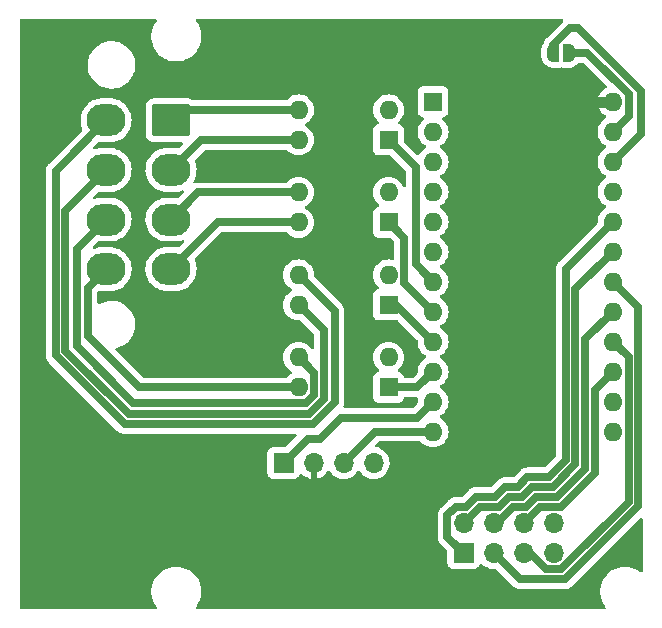
<source format=gbr>
%TF.GenerationSoftware,KiCad,Pcbnew,(6.0.9)*%
%TF.CreationDate,2023-03-29T13:56:58-08:00*%
%TF.ProjectId,ABSIS_Pit Management System,41425349-535f-4506-9974-204d616e6167,1*%
%TF.SameCoordinates,Original*%
%TF.FileFunction,Copper,L1,Top*%
%TF.FilePolarity,Positive*%
%FSLAX46Y46*%
G04 Gerber Fmt 4.6, Leading zero omitted, Abs format (unit mm)*
G04 Created by KiCad (PCBNEW (6.0.9)) date 2023-03-29 13:56:58*
%MOMM*%
%LPD*%
G01*
G04 APERTURE LIST*
G04 Aperture macros list*
%AMRoundRect*
0 Rectangle with rounded corners*
0 $1 Rounding radius*
0 $2 $3 $4 $5 $6 $7 $8 $9 X,Y pos of 4 corners*
0 Add a 4 corners polygon primitive as box body*
4,1,4,$2,$3,$4,$5,$6,$7,$8,$9,$2,$3,0*
0 Add four circle primitives for the rounded corners*
1,1,$1+$1,$2,$3*
1,1,$1+$1,$4,$5*
1,1,$1+$1,$6,$7*
1,1,$1+$1,$8,$9*
0 Add four rect primitives between the rounded corners*
20,1,$1+$1,$2,$3,$4,$5,0*
20,1,$1+$1,$4,$5,$6,$7,0*
20,1,$1+$1,$6,$7,$8,$9,0*
20,1,$1+$1,$8,$9,$2,$3,0*%
%AMFreePoly0*
4,1,22,0.500000,-0.750000,0.000000,-0.750000,0.000000,-0.745033,-0.079941,-0.743568,-0.215256,-0.701293,-0.333266,-0.622738,-0.424486,-0.514219,-0.481581,-0.384460,-0.499164,-0.250000,-0.500000,-0.250000,-0.500000,0.250000,-0.499164,0.250000,-0.499963,0.256109,-0.478152,0.396186,-0.417904,0.524511,-0.324060,0.630769,-0.204165,0.706417,-0.067858,0.745374,0.000000,0.744959,0.000000,0.750000,
0.500000,0.750000,0.500000,-0.750000,0.500000,-0.750000,$1*%
%AMFreePoly1*
4,1,20,0.000000,0.744959,0.073905,0.744508,0.209726,0.703889,0.328688,0.626782,0.421226,0.519385,0.479903,0.390333,0.500000,0.250000,0.500000,-0.250000,0.499851,-0.262216,0.476331,-0.402017,0.414519,-0.529596,0.319384,-0.634700,0.198574,-0.708877,0.061801,-0.746166,0.000000,-0.745033,0.000000,-0.750000,-0.500000,-0.750000,-0.500000,0.750000,0.000000,0.750000,0.000000,0.744959,
0.000000,0.744959,$1*%
G04 Aperture macros list end*
%TA.AperFunction,SMDPad,CuDef*%
%ADD10FreePoly0,180.000000*%
%TD*%
%TA.AperFunction,SMDPad,CuDef*%
%ADD11FreePoly1,180.000000*%
%TD*%
%TA.AperFunction,ComponentPad*%
%ADD12R,1.700000X1.700000*%
%TD*%
%TA.AperFunction,ComponentPad*%
%ADD13O,1.700000X1.700000*%
%TD*%
%TA.AperFunction,ComponentPad*%
%ADD14R,1.600000X1.600000*%
%TD*%
%TA.AperFunction,ComponentPad*%
%ADD15O,1.600000X1.600000*%
%TD*%
%TA.AperFunction,ComponentPad*%
%ADD16RoundRect,0.250001X-1.399999X1.099999X-1.399999X-1.099999X1.399999X-1.099999X1.399999X1.099999X0*%
%TD*%
%TA.AperFunction,ComponentPad*%
%ADD17O,3.300000X2.700000*%
%TD*%
%TA.AperFunction,Conductor*%
%ADD18C,0.635000*%
%TD*%
%TA.AperFunction,Conductor*%
%ADD19C,0.914400*%
%TD*%
G04 APERTURE END LIST*
D10*
%TO.P,RST1,1*%
%TO.N,GND*%
X47005000Y47625000D03*
D11*
%TO.P,RST1,2*%
%TO.N,/RST*%
X45705000Y47625000D03*
%TD*%
D12*
%TO.P,J2,1*%
%TO.N,/A3*%
X38100000Y5280000D03*
D13*
%TO.P,J2,2*%
%TO.N,/A2*%
X38100000Y7820000D03*
%TO.P,J2,3*%
%TO.N,/A1*%
X40640000Y5280000D03*
%TO.P,J2,4*%
%TO.N,/A0*%
X40640000Y7820000D03*
%TO.P,J2,5*%
%TO.N,/D15_SCK*%
X43180000Y5280000D03*
%TO.P,J2,6*%
%TO.N,/D14_MISO*%
X43180000Y7820000D03*
%TO.P,J2,7*%
%TO.N,GND*%
X45720000Y5280000D03*
%TO.P,J2,8*%
%TO.N,Net-(J2-Pad8)*%
X45720000Y7820000D03*
%TD*%
D14*
%TO.P,XU1,1*%
%TO.N,/TX0_D1*%
X35517600Y43486800D03*
D15*
%TO.P,XU1,2*%
%TO.N,/RX1_D0*%
X35517600Y40946800D03*
%TO.P,XU1,3*%
%TO.N,GND*%
X35517600Y38406800D03*
%TO.P,XU1,4*%
X35517600Y35866800D03*
%TO.P,XU1,5*%
%TO.N,/SDA_D2*%
X35517600Y33326800D03*
%TO.P,XU1,6*%
%TO.N,/~{SCL_D3}*%
X35517600Y30786800D03*
%TO.P,XU1,7*%
%TO.N,/D4_A6*%
X35517600Y28246800D03*
%TO.P,XU1,8*%
%TO.N,/~{D5}*%
X35517600Y25706800D03*
%TO.P,XU1,9*%
%TO.N,/~{D6_A7}*%
X35517600Y23166800D03*
%TO.P,XU1,10*%
%TO.N,/D7*%
X35517600Y20626800D03*
%TO.P,XU1,11*%
%TO.N,/D8_A8*%
X35517600Y18086800D03*
%TO.P,XU1,12*%
%TO.N,/PWR_OK*%
X35517600Y15546800D03*
%TO.P,XU1,13*%
%TO.N,/~{D10_A10}*%
X50757600Y15546800D03*
%TO.P,XU1,14*%
%TO.N,/D16_MOSI*%
X50757600Y18086800D03*
%TO.P,XU1,15*%
%TO.N,/D14_MISO*%
X50757600Y20626800D03*
%TO.P,XU1,16*%
%TO.N,/D15_SCK*%
X50757600Y23166800D03*
%TO.P,XU1,17*%
%TO.N,/A0*%
X50757600Y25706800D03*
%TO.P,XU1,18*%
%TO.N,/A1*%
X50757600Y28246800D03*
%TO.P,XU1,19*%
%TO.N,/A2*%
X50757600Y30786800D03*
%TO.P,XU1,20*%
%TO.N,/A3*%
X50757600Y33326800D03*
%TO.P,XU1,21*%
%TO.N,+5V*%
X50757600Y35866800D03*
%TO.P,XU1,22*%
%TO.N,/RST*%
X50757600Y38406800D03*
%TO.P,XU1,23*%
%TO.N,GND*%
X50757600Y40946800D03*
%TO.P,XU1,24*%
%TO.N,/+5VSB*%
X50757600Y43486800D03*
%TD*%
D12*
%TO.P,J1,1*%
%TO.N,/D8_A8*%
X22860000Y12900000D03*
D13*
%TO.P,J1,2*%
%TO.N,/+5VSB*%
X25400000Y12900000D03*
%TO.P,J1,3*%
%TO.N,/PWR_OK*%
X27940000Y12900000D03*
%TO.P,J1,4*%
%TO.N,GND*%
X30480000Y12900000D03*
%TD*%
D14*
%TO.P,U1,1*%
%TO.N,/D4_A6*%
X31750000Y40259000D03*
D15*
%TO.P,U1,2*%
%TO.N,GND*%
X31750000Y42799000D03*
%TO.P,U1,3*%
%TO.N,/EXT_ACC1-*%
X24130000Y42799000D03*
%TO.P,U1,4*%
%TO.N,/EXT_ACC1+*%
X24130000Y40259000D03*
%TD*%
D14*
%TO.P,U2,1*%
%TO.N,/~{D5}*%
X31750000Y33274000D03*
D15*
%TO.P,U2,2*%
%TO.N,GND*%
X31750000Y35814000D03*
%TO.P,U2,3*%
%TO.N,/EXT_ACC2-*%
X24130000Y35814000D03*
%TO.P,U2,4*%
%TO.N,/EXT_ACC2+*%
X24130000Y33274000D03*
%TD*%
D14*
%TO.P,U4,1*%
%TO.N,/D7*%
X31750000Y19304000D03*
D15*
%TO.P,U4,2*%
%TO.N,GND*%
X31750000Y21844000D03*
%TO.P,U4,3*%
%TO.N,/EXT_ACC4-*%
X24130000Y21844000D03*
%TO.P,U4,4*%
%TO.N,/EXT_ACC4+*%
X24130000Y19304000D03*
%TD*%
D14*
%TO.P,U3,1*%
%TO.N,/~{D6_A7}*%
X31750000Y26289000D03*
D15*
%TO.P,U3,2*%
%TO.N,GND*%
X31750000Y28829000D03*
%TO.P,U3,3*%
%TO.N,/EXT_ACC3-*%
X24130000Y28829000D03*
%TO.P,U3,4*%
%TO.N,/EXT_ACC3+*%
X24130000Y26289000D03*
%TD*%
D16*
%TO.P,J3,1*%
%TO.N,/EXT_ACC1-*%
X13335000Y41910000D03*
D17*
%TO.P,J3,2*%
%TO.N,/EXT_ACC1+*%
X13335000Y37710000D03*
%TO.P,J3,3*%
%TO.N,/EXT_ACC2-*%
X13335000Y33510000D03*
%TO.P,J3,4*%
%TO.N,/EXT_ACC2+*%
X13335000Y29310000D03*
%TO.P,J3,5*%
%TO.N,/EXT_ACC3-*%
X7835000Y41910000D03*
%TO.P,J3,6*%
%TO.N,/EXT_ACC3+*%
X7835000Y37710000D03*
%TO.P,J3,7*%
%TO.N,/EXT_ACC4-*%
X7835000Y33510000D03*
%TO.P,J3,8*%
%TO.N,/EXT_ACC4+*%
X7835000Y29310000D03*
%TD*%
D18*
%TO.N,GND*%
X50757600Y40946800D02*
X52075101Y42264301D01*
X52075101Y42264301D02*
X52075101Y44119201D01*
X52075101Y44119201D02*
X48569302Y47625000D01*
X48569302Y47625000D02*
X47005000Y47625000D01*
%TO.N,/A3*%
X45310085Y11692531D02*
X46736001Y13118447D01*
X37443599Y9187501D02*
X38286619Y9187501D01*
X46736000Y29305200D02*
X50757600Y33326800D01*
X41617357Y10857521D02*
X42674875Y10857521D01*
X46736001Y13118447D02*
X46736000Y29305200D01*
X38100000Y5280000D02*
X36732499Y6647501D01*
X43509885Y11692531D02*
X45310085Y11692531D01*
X42674875Y10857521D02*
X43509885Y11692531D01*
X39121629Y10022511D02*
X40782347Y10022511D01*
X40782347Y10022511D02*
X41617357Y10857521D01*
X38286619Y9187501D02*
X39121629Y10022511D01*
X36732499Y6647501D02*
X36732499Y8476401D01*
X36732499Y8476401D02*
X37443599Y9187501D01*
%TO.N,/A2*%
X41963229Y10022511D02*
X43020747Y10022511D01*
X47571011Y27600211D02*
X50757600Y30786800D01*
X43020747Y10022511D02*
X43855757Y10857521D01*
X47571011Y12772575D02*
X47571011Y27600211D01*
X43855757Y10857521D02*
X45655957Y10857521D01*
X45655957Y10857521D02*
X47571011Y12772575D01*
X39467501Y9187501D02*
X41128219Y9187501D01*
X38100000Y7820000D02*
X39467501Y9187501D01*
X41128219Y9187501D02*
X41963229Y10022511D01*
%TO.N,/A1*%
X42846600Y3073400D02*
X46718185Y3073400D01*
X52910112Y9265327D02*
X52910112Y26094288D01*
X52910112Y26094288D02*
X50757600Y28246800D01*
X46718185Y3073400D02*
X52910112Y9265327D01*
X40640000Y5280000D02*
X42846600Y3073400D01*
%TO.N,/A0*%
X46001829Y10022511D02*
X48406022Y12426704D01*
X44201629Y10022511D02*
X46001829Y10022511D01*
X48406022Y12426704D02*
X48406022Y23355222D01*
X43366619Y9187501D02*
X44201629Y10022511D01*
X42309101Y9187501D02*
X43366619Y9187501D01*
X40941600Y7820000D02*
X42309101Y9187501D01*
X48406022Y23355222D02*
X50757600Y25706800D01*
X40640000Y7820000D02*
X40941600Y7820000D01*
%TO.N,/D4_A6*%
X31750000Y40259000D02*
X34036000Y37973000D01*
X34036000Y37973000D02*
X34036000Y29728400D01*
X34036000Y29728400D02*
X35517600Y28246800D01*
%TO.N,/D8_A8*%
X22860000Y12900000D02*
X24892000Y14932000D01*
X25908000Y14932000D02*
X27686000Y16710000D01*
X27686000Y16710000D02*
X34140800Y16710000D01*
X34140800Y16710000D02*
X35517600Y18086800D01*
X24892000Y14932000D02*
X25908000Y14932000D01*
%TO.N,/D7*%
X34194800Y19304000D02*
X35517600Y20626800D01*
X31750000Y19304000D02*
X34194800Y19304000D01*
%TO.N,/D14_MISO*%
X44547501Y9187501D02*
X46347701Y9187501D01*
X46347701Y9187501D02*
X49241033Y12080833D01*
X49241033Y12080833D02*
X49241033Y19110233D01*
X49241033Y19110233D02*
X50757600Y20626800D01*
X43180000Y7820000D02*
X44547501Y9187501D01*
%TO.N,/~{D6_A7}*%
X32395400Y26289000D02*
X35517600Y23166800D01*
X31750000Y26289000D02*
X32395400Y26289000D01*
%TO.N,/D15_SCK*%
X52075101Y9611199D02*
X52075101Y21849299D01*
X52075101Y21849299D02*
X50757600Y23166800D01*
X43696097Y5280000D02*
X45063598Y3912499D01*
X45063598Y3912499D02*
X46376401Y3912499D01*
X46376401Y3912499D02*
X52075101Y9611199D01*
X43180000Y5280000D02*
X43696097Y5280000D01*
%TO.N,/~{D5}*%
X31750000Y33274000D02*
X33067501Y31956499D01*
X33067501Y31956499D02*
X33067501Y28156899D01*
X33067501Y28156899D02*
X35517600Y25706800D01*
%TO.N,/RST*%
X50757600Y38406800D02*
X53086000Y40735200D01*
X47752000Y49730000D02*
X47128128Y49730000D01*
X47128128Y49730000D02*
X45705000Y48306872D01*
X53086000Y40735200D02*
X53086000Y44396000D01*
X53086000Y44396000D02*
X47752000Y49730000D01*
X45705000Y48306872D02*
X45705000Y47625000D01*
%TO.N,/PWR_OK*%
X30586800Y15546800D02*
X35517600Y15546800D01*
X27940000Y12900000D02*
X30586800Y15546800D01*
D19*
%TO.N,/+5VSB*%
X50757600Y43486800D02*
X48566800Y43486800D01*
D18*
%TO.N,/EXT_ACC4-*%
X10153501Y17986499D02*
X5334000Y22806000D01*
X5334000Y31009000D02*
X7835000Y33510000D01*
X24762401Y17986499D02*
X10153501Y17986499D01*
X25447501Y18671599D02*
X24762401Y17986499D01*
X24130000Y21844000D02*
X25447501Y20526499D01*
X25447501Y20526499D02*
X25447501Y18671599D01*
X5334000Y22806000D02*
X5334000Y31009000D01*
%TO.N,/EXT_ACC4+*%
X24130000Y19304000D02*
X10615098Y19304000D01*
X10615098Y19304000D02*
X6277499Y23641599D01*
X6277499Y27752499D02*
X7835000Y29310000D01*
X6277499Y23641599D02*
X6277499Y27752499D01*
%TO.N,/EXT_ACC3-*%
X24130000Y28829000D02*
X27178000Y25781000D01*
X3556001Y37631001D02*
X7835000Y41910000D01*
X9398000Y16202000D02*
X3556001Y22043999D01*
X3556001Y22043999D02*
X3556001Y37631001D01*
X27178000Y25781000D02*
X27178000Y18040332D01*
X25339668Y16202000D02*
X9398000Y16202000D01*
X27178000Y18040332D02*
X25339668Y16202000D01*
%TO.N,/EXT_ACC3+*%
X4391011Y22389871D02*
X4391011Y34266011D01*
X26282512Y18325727D02*
X24993796Y17037011D01*
X26282512Y24136488D02*
X26282512Y18325727D01*
X24130000Y26289000D02*
X26282512Y24136488D01*
X24993796Y17037011D02*
X9743871Y17037011D01*
X4391011Y34266011D02*
X7835000Y37710000D01*
X9743871Y17037011D02*
X4391011Y22389871D01*
%TO.N,/EXT_ACC2-*%
X15639000Y35814000D02*
X13335000Y33510000D01*
X24130000Y35814000D02*
X15639000Y35814000D01*
%TO.N,/EXT_ACC2+*%
X17299000Y33274000D02*
X13335000Y29310000D01*
X24130000Y33274000D02*
X17299000Y33274000D01*
%TO.N,/EXT_ACC1-*%
X14224000Y42799000D02*
X13335000Y41910000D01*
X24130000Y42799000D02*
X14224000Y42799000D01*
%TO.N,/EXT_ACC1+*%
X24130000Y40259000D02*
X15884000Y40259000D01*
X15884000Y40259000D02*
X13335000Y37710000D01*
%TD*%
%TA.AperFunction,Conductor*%
%TO.N,/+5VSB*%
G36*
X12078181Y50471498D02*
G01*
X12124674Y50417842D01*
X12134778Y50347568D01*
X12107564Y50285694D01*
X12060002Y50227586D01*
X12059997Y50227579D01*
X12057287Y50224268D01*
X11907073Y49979142D01*
X11791517Y49715898D01*
X11712756Y49439406D01*
X11672249Y49154784D01*
X11672227Y49150495D01*
X11672226Y49150488D01*
X11670780Y48874437D01*
X11670743Y48867297D01*
X11671302Y48863053D01*
X11671302Y48863049D01*
X11677418Y48816595D01*
X11708268Y48582266D01*
X11784129Y48304964D01*
X11785813Y48301016D01*
X11888128Y48061144D01*
X11896923Y48040524D01*
X12044561Y47793839D01*
X12224313Y47569472D01*
X12241397Y47553260D01*
X12420068Y47383708D01*
X12432851Y47371577D01*
X12621165Y47236259D01*
X12632797Y47227901D01*
X12666317Y47203814D01*
X12670112Y47201805D01*
X12670113Y47201804D01*
X12691869Y47190285D01*
X12920392Y47069288D01*
X13190373Y46970489D01*
X13471264Y46909245D01*
X13499841Y46906996D01*
X13694282Y46891693D01*
X13694291Y46891693D01*
X13696739Y46891500D01*
X13852271Y46891500D01*
X13854407Y46891646D01*
X13854418Y46891646D01*
X14062548Y46905835D01*
X14062554Y46905836D01*
X14066825Y46906127D01*
X14071020Y46906996D01*
X14071022Y46906996D01*
X14304037Y46955251D01*
X14348342Y46964426D01*
X14619343Y47060393D01*
X14707362Y47105823D01*
X14871005Y47190285D01*
X14871006Y47190285D01*
X14874812Y47192250D01*
X14878313Y47194711D01*
X14878317Y47194713D01*
X15031214Y47302171D01*
X15110023Y47357559D01*
X15320622Y47553260D01*
X15502713Y47775732D01*
X15652927Y48020858D01*
X15710652Y48152358D01*
X15766757Y48280170D01*
X15768483Y48284102D01*
X15777987Y48317464D01*
X15842918Y48545409D01*
X15847244Y48560594D01*
X15887751Y48845216D01*
X15887845Y48863049D01*
X15889235Y49128417D01*
X15889235Y49128424D01*
X15889257Y49132703D01*
X15851732Y49417734D01*
X15775871Y49695036D01*
X15663077Y49959476D01*
X15515439Y50206161D01*
X15512758Y50209508D01*
X15512752Y50209516D01*
X15450900Y50286720D01*
X15423918Y50352389D01*
X15436723Y50422221D01*
X15485250Y50474045D01*
X15549234Y50491500D01*
X46414576Y50491500D01*
X46482697Y50471498D01*
X46529190Y50417842D01*
X46539294Y50347568D01*
X46509800Y50282988D01*
X46501159Y50273961D01*
X46495388Y50268504D01*
X46491549Y50262855D01*
X46487421Y50258005D01*
X46480563Y50250575D01*
X45149245Y48919257D01*
X45141478Y48912114D01*
X45103307Y48879857D01*
X45099164Y48874438D01*
X45099163Y48874437D01*
X45055869Y48817810D01*
X45053971Y48815390D01*
X45005031Y48754522D01*
X45001998Y48748412D01*
X45000696Y48746376D01*
X45000377Y48745920D01*
X44999967Y48745262D01*
X44999698Y48744772D01*
X44998447Y48742706D01*
X44994303Y48737286D01*
X44967226Y48679218D01*
X44961305Y48666521D01*
X44959971Y48663750D01*
X44925233Y48593770D01*
X44923581Y48587145D01*
X44922747Y48584878D01*
X44922528Y48584353D01*
X44922279Y48583649D01*
X44922117Y48583099D01*
X44921340Y48580815D01*
X44918457Y48574633D01*
X44916968Y48567973D01*
X44916967Y48567969D01*
X44905940Y48518640D01*
X44887434Y48475670D01*
X44826405Y48385190D01*
X44826398Y48385178D01*
X44823893Y48381464D01*
X44761446Y48252572D01*
X44717162Y48113812D01*
X44693400Y47972574D01*
X44686318Y47893627D01*
X44686167Y47881285D01*
X44686325Y47878863D01*
X44691005Y47806964D01*
X44691271Y47798779D01*
X44691271Y47454481D01*
X44690767Y47443223D01*
X44686318Y47393627D01*
X44686167Y47381285D01*
X44691317Y47302171D01*
X44691662Y47299762D01*
X44705691Y47201804D01*
X44711621Y47160394D01*
X44712880Y47156089D01*
X44712881Y47156084D01*
X44738694Y47067813D01*
X44752503Y47020590D01*
X44811783Y46890211D01*
X44814195Y46886440D01*
X44814199Y46886432D01*
X44887843Y46771279D01*
X44890258Y46767503D01*
X44983748Y46659002D01*
X45093511Y46563250D01*
X45097272Y46560812D01*
X45097275Y46560810D01*
X45104943Y46555840D01*
X45213696Y46485350D01*
X45217757Y46483474D01*
X45217758Y46483473D01*
X45226543Y46479414D01*
X45345924Y46424252D01*
X45413848Y46403939D01*
X45478844Y46384501D01*
X45478849Y46384500D01*
X45483142Y46383216D01*
X45487574Y46382554D01*
X45487577Y46382553D01*
X45622765Y46362350D01*
X45622768Y46362350D01*
X45627196Y46361688D01*
X45701855Y46361232D01*
X45765945Y46360840D01*
X45765950Y46360840D01*
X45770417Y46360813D01*
X45772861Y46361148D01*
X45776656Y46361271D01*
X46205000Y46361271D01*
X46236986Y46363559D01*
X46271373Y46366018D01*
X46271374Y46366018D01*
X46278111Y46366500D01*
X46314440Y46377167D01*
X46367868Y46380988D01*
X46505000Y46361271D01*
X46995008Y46361271D01*
X46995778Y46361269D01*
X47065931Y46360840D01*
X47065937Y46360840D01*
X47070417Y46360813D01*
X47154507Y46372331D01*
X47210276Y46379970D01*
X47210280Y46379971D01*
X47214727Y46380580D01*
X47352436Y46419937D01*
X47485398Y46479414D01*
X47489180Y46481800D01*
X47489187Y46481804D01*
X47602736Y46553449D01*
X47606526Y46555840D01*
X47717452Y46650246D01*
X47811209Y46756407D01*
X47871295Y46794226D01*
X47905651Y46799000D01*
X48174971Y46799000D01*
X48243092Y46778998D01*
X48264066Y46762095D01*
X50179255Y44846906D01*
X50213281Y44784594D01*
X50208216Y44713779D01*
X50165669Y44656943D01*
X50143409Y44643616D01*
X50106093Y44626216D01*
X50096593Y44620731D01*
X49918133Y44495772D01*
X49909725Y44488716D01*
X49755684Y44334675D01*
X49748628Y44326267D01*
X49623669Y44147807D01*
X49618186Y44138311D01*
X49526110Y43940853D01*
X49522364Y43930561D01*
X49476206Y43758297D01*
X49476542Y43744201D01*
X49484484Y43740800D01*
X50885600Y43740800D01*
X50953721Y43720798D01*
X51000214Y43667142D01*
X51011600Y43614800D01*
X51011600Y43358800D01*
X50991598Y43290679D01*
X50937942Y43244186D01*
X50885600Y43232800D01*
X49489633Y43232800D01*
X49476102Y43228827D01*
X49474873Y43220278D01*
X49522364Y43043039D01*
X49526110Y43032747D01*
X49618186Y42835289D01*
X49623669Y42825793D01*
X49748628Y42647333D01*
X49755684Y42638925D01*
X49909725Y42484884D01*
X49918133Y42477828D01*
X50096593Y42352869D01*
X50106089Y42347386D01*
X50140649Y42331271D01*
X50193934Y42284354D01*
X50213395Y42216077D01*
X50192853Y42148117D01*
X50140649Y42102881D01*
X50105838Y42086649D01*
X50105833Y42086646D01*
X50100851Y42084323D01*
X49995989Y42010898D01*
X49917811Y41956157D01*
X49917808Y41956155D01*
X49913300Y41952998D01*
X49751402Y41791100D01*
X49748245Y41786592D01*
X49748243Y41786589D01*
X49700546Y41718471D01*
X49620077Y41603549D01*
X49617754Y41598567D01*
X49617751Y41598562D01*
X49532065Y41414805D01*
X49523316Y41396043D01*
X49464057Y41174887D01*
X49444102Y40946800D01*
X49464057Y40718713D01*
X49465481Y40713400D01*
X49465481Y40713398D01*
X49517943Y40517611D01*
X49523316Y40497557D01*
X49525639Y40492576D01*
X49525639Y40492575D01*
X49617751Y40295038D01*
X49617754Y40295033D01*
X49620077Y40290051D01*
X49672022Y40215866D01*
X49742243Y40115581D01*
X49751402Y40102500D01*
X49913300Y39940602D01*
X49917808Y39937445D01*
X49917811Y39937443D01*
X49960477Y39907568D01*
X50100851Y39809277D01*
X50105833Y39806954D01*
X50105838Y39806951D01*
X50140057Y39790995D01*
X50193342Y39744078D01*
X50212803Y39675801D01*
X50192261Y39607841D01*
X50140057Y39562605D01*
X50105838Y39546649D01*
X50105833Y39546646D01*
X50100851Y39544323D01*
X50031562Y39495806D01*
X49917811Y39416157D01*
X49917808Y39416155D01*
X49913300Y39412998D01*
X49751402Y39251100D01*
X49748245Y39246592D01*
X49748243Y39246589D01*
X49693502Y39168411D01*
X49620077Y39063549D01*
X49617754Y39058567D01*
X49617751Y39058562D01*
X49551302Y38916060D01*
X49523316Y38856043D01*
X49464057Y38634887D01*
X49444102Y38406800D01*
X49464057Y38178713D01*
X49465481Y38173400D01*
X49465481Y38173398D01*
X49505189Y38025209D01*
X49523316Y37957557D01*
X49525639Y37952576D01*
X49525639Y37952575D01*
X49617751Y37755038D01*
X49617754Y37755033D01*
X49620077Y37750051D01*
X49677724Y37667723D01*
X49740080Y37578670D01*
X49751402Y37562500D01*
X49913300Y37400602D01*
X49917808Y37397445D01*
X49917811Y37397443D01*
X49995989Y37342702D01*
X50100851Y37269277D01*
X50105833Y37266954D01*
X50105838Y37266951D01*
X50140057Y37250995D01*
X50193342Y37204078D01*
X50212803Y37135801D01*
X50192261Y37067841D01*
X50140057Y37022605D01*
X50105838Y37006649D01*
X50105833Y37006646D01*
X50100851Y37004323D01*
X49995989Y36930898D01*
X49917811Y36876157D01*
X49917808Y36876155D01*
X49913300Y36872998D01*
X49751402Y36711100D01*
X49748245Y36706592D01*
X49748243Y36706589D01*
X49714545Y36658463D01*
X49620077Y36523549D01*
X49617754Y36518567D01*
X49617751Y36518562D01*
X49592002Y36463342D01*
X49523316Y36316043D01*
X49521894Y36310735D01*
X49521893Y36310733D01*
X49465481Y36100202D01*
X49464057Y36094887D01*
X49444102Y35866800D01*
X49464057Y35638713D01*
X49523316Y35417557D01*
X49525639Y35412576D01*
X49525639Y35412575D01*
X49617751Y35215038D01*
X49617754Y35215033D01*
X49620077Y35210051D01*
X49751402Y35022500D01*
X49913300Y34860602D01*
X49917808Y34857445D01*
X49917811Y34857443D01*
X49995989Y34802702D01*
X50100851Y34729277D01*
X50105833Y34726954D01*
X50105838Y34726951D01*
X50140057Y34710995D01*
X50193342Y34664078D01*
X50212803Y34595801D01*
X50192261Y34527841D01*
X50140057Y34482605D01*
X50105838Y34466649D01*
X50105833Y34466646D01*
X50100851Y34464323D01*
X49995989Y34390898D01*
X49917811Y34336157D01*
X49917808Y34336155D01*
X49913300Y34332998D01*
X49751402Y34171100D01*
X49748245Y34166592D01*
X49748243Y34166589D01*
X49714723Y34118717D01*
X49620077Y33983549D01*
X49617754Y33978567D01*
X49617751Y33978562D01*
X49525639Y33781025D01*
X49523316Y33776043D01*
X49464057Y33554887D01*
X49444102Y33326800D01*
X49444581Y33321325D01*
X49444581Y33321324D01*
X49450675Y33251666D01*
X49436685Y33182061D01*
X49414249Y33151590D01*
X46180245Y29917585D01*
X46172478Y29910442D01*
X46134307Y29878185D01*
X46130164Y29872766D01*
X46130163Y29872765D01*
X46086869Y29816138D01*
X46084971Y29813718D01*
X46036031Y29752850D01*
X46032998Y29746740D01*
X46031696Y29744704D01*
X46031377Y29744248D01*
X46030967Y29743590D01*
X46030698Y29743100D01*
X46029447Y29741034D01*
X46025303Y29735614D01*
X45998063Y29677197D01*
X45992305Y29664849D01*
X45990971Y29662078D01*
X45956233Y29592098D01*
X45954581Y29585473D01*
X45953747Y29583206D01*
X45953528Y29582681D01*
X45953279Y29581977D01*
X45953117Y29581427D01*
X45952339Y29579143D01*
X45949457Y29572961D01*
X45947969Y29566303D01*
X45947966Y29566295D01*
X45932419Y29496742D01*
X45931711Y29493746D01*
X45928554Y29481084D01*
X45912816Y29417962D01*
X45912625Y29411141D01*
X45912297Y29408744D01*
X45912096Y29407630D01*
X45911434Y29402856D01*
X45910307Y29397816D01*
X45910000Y29392325D01*
X45910000Y29318912D01*
X45909951Y29315394D01*
X45907805Y29238565D01*
X45909084Y29231858D01*
X45909594Y29225523D01*
X45910000Y29215416D01*
X45910001Y13512777D01*
X45889999Y13444656D01*
X45873096Y13423682D01*
X45004850Y12555436D01*
X44942538Y12521410D01*
X44915755Y12518531D01*
X43549907Y12518531D01*
X43539364Y12518973D01*
X43489585Y12523153D01*
X43482825Y12522251D01*
X43482821Y12522251D01*
X43412210Y12512830D01*
X43409156Y12512460D01*
X43338251Y12504757D01*
X43338250Y12504757D01*
X43331468Y12504020D01*
X43325001Y12501843D01*
X43322653Y12501327D01*
X43322099Y12501229D01*
X43321343Y12501053D01*
X43320799Y12500895D01*
X43318459Y12500320D01*
X43311695Y12499418D01*
X43305286Y12497085D01*
X43305281Y12497084D01*
X43238344Y12472720D01*
X43235437Y12471702D01*
X43167844Y12448955D01*
X43167839Y12448953D01*
X43161374Y12446777D01*
X43155521Y12443260D01*
X43153338Y12442251D01*
X43152831Y12442042D01*
X43152111Y12441698D01*
X43151613Y12441427D01*
X43149468Y12440372D01*
X43143050Y12438036D01*
X43077096Y12396180D01*
X43074528Y12394595D01*
X43007541Y12354345D01*
X43002584Y12349657D01*
X43000648Y12348188D01*
X42999725Y12347547D01*
X42995880Y12344639D01*
X42991521Y12341873D01*
X42987421Y12338208D01*
X42935499Y12286286D01*
X42932977Y12283833D01*
X42887300Y12240638D01*
X42877145Y12231035D01*
X42873311Y12225393D01*
X42869188Y12220549D01*
X42862332Y12213119D01*
X42608634Y11959420D01*
X42369640Y11720426D01*
X42307327Y11686401D01*
X42280544Y11683521D01*
X41657379Y11683521D01*
X41646836Y11683963D01*
X41597057Y11688143D01*
X41590297Y11687241D01*
X41590293Y11687241D01*
X41519682Y11677820D01*
X41516628Y11677450D01*
X41445723Y11669747D01*
X41445722Y11669747D01*
X41438940Y11669010D01*
X41432473Y11666833D01*
X41430125Y11666317D01*
X41429571Y11666219D01*
X41428815Y11666043D01*
X41428271Y11665885D01*
X41425931Y11665310D01*
X41419167Y11664408D01*
X41412758Y11662075D01*
X41412753Y11662074D01*
X41345816Y11637710D01*
X41342909Y11636692D01*
X41275316Y11613945D01*
X41275311Y11613943D01*
X41268846Y11611767D01*
X41262993Y11608250D01*
X41260810Y11607241D01*
X41260303Y11607032D01*
X41259583Y11606688D01*
X41259085Y11606417D01*
X41256940Y11605362D01*
X41250522Y11603026D01*
X41184568Y11561170D01*
X41182000Y11559585D01*
X41147580Y11538903D01*
X41115013Y11519335D01*
X41110056Y11514647D01*
X41108120Y11513178D01*
X41107197Y11512537D01*
X41103352Y11509629D01*
X41098993Y11506863D01*
X41094893Y11503198D01*
X41042971Y11451276D01*
X41040450Y11448823D01*
X40984617Y11396025D01*
X40980783Y11390383D01*
X40976660Y11385539D01*
X40969804Y11378109D01*
X40477112Y10885416D01*
X40414799Y10851391D01*
X40388016Y10848511D01*
X39161651Y10848511D01*
X39151108Y10848953D01*
X39101329Y10853133D01*
X39094569Y10852231D01*
X39094565Y10852231D01*
X39023954Y10842810D01*
X39020900Y10842440D01*
X38949995Y10834737D01*
X38949994Y10834737D01*
X38943212Y10834000D01*
X38936745Y10831823D01*
X38934397Y10831307D01*
X38933843Y10831209D01*
X38933087Y10831033D01*
X38932543Y10830875D01*
X38930203Y10830300D01*
X38923439Y10829398D01*
X38917030Y10827065D01*
X38917025Y10827064D01*
X38850088Y10802700D01*
X38847181Y10801682D01*
X38779588Y10778935D01*
X38779583Y10778933D01*
X38773118Y10776757D01*
X38767265Y10773240D01*
X38765082Y10772231D01*
X38764575Y10772022D01*
X38763855Y10771678D01*
X38763357Y10771407D01*
X38761212Y10770352D01*
X38754794Y10768016D01*
X38688840Y10726160D01*
X38686272Y10724575D01*
X38619285Y10684325D01*
X38614328Y10679637D01*
X38612392Y10678168D01*
X38611469Y10677527D01*
X38607624Y10674619D01*
X38603265Y10671853D01*
X38599165Y10668188D01*
X38547243Y10616266D01*
X38544722Y10613813D01*
X38488889Y10561015D01*
X38485055Y10555373D01*
X38480932Y10550529D01*
X38474076Y10543099D01*
X37981384Y10050406D01*
X37919071Y10016381D01*
X37892288Y10013501D01*
X37483632Y10013501D01*
X37473088Y10013943D01*
X37463599Y10014740D01*
X37423299Y10018124D01*
X37345856Y10007790D01*
X37342856Y10007428D01*
X37301101Y10002892D01*
X37271965Y9999727D01*
X37271963Y9999727D01*
X37265182Y9998990D01*
X37258716Y9996814D01*
X37256366Y9996297D01*
X37255817Y9996200D01*
X37255058Y9996023D01*
X37254513Y9995865D01*
X37252174Y9995290D01*
X37245409Y9994388D01*
X37172003Y9967670D01*
X37169168Y9966677D01*
X37095088Y9941747D01*
X37089238Y9938232D01*
X37087026Y9937210D01*
X37086521Y9937002D01*
X37085838Y9936676D01*
X37085322Y9936395D01*
X37083181Y9935341D01*
X37076765Y9933006D01*
X37071000Y9929348D01*
X37071001Y9929348D01*
X37010840Y9891170D01*
X37008222Y9889553D01*
X36941255Y9849315D01*
X36936298Y9844627D01*
X36934362Y9843158D01*
X36933439Y9842517D01*
X36929594Y9839609D01*
X36925235Y9836843D01*
X36921135Y9833178D01*
X36869213Y9781256D01*
X36866692Y9778803D01*
X36810859Y9726005D01*
X36807025Y9720363D01*
X36802902Y9715519D01*
X36796046Y9708089D01*
X36176738Y9088780D01*
X36168970Y9081637D01*
X36130806Y9049386D01*
X36126663Y9043967D01*
X36126662Y9043966D01*
X36083368Y8987339D01*
X36081470Y8984919D01*
X36032530Y8924051D01*
X36029497Y8917941D01*
X36028195Y8915905D01*
X36027876Y8915449D01*
X36027466Y8914791D01*
X36027197Y8914301D01*
X36025946Y8912235D01*
X36021802Y8906815D01*
X35988804Y8836050D01*
X35987470Y8833279D01*
X35952732Y8763299D01*
X35951080Y8756674D01*
X35950246Y8754407D01*
X35950027Y8753882D01*
X35949778Y8753178D01*
X35949616Y8752628D01*
X35948838Y8750344D01*
X35945956Y8744162D01*
X35944468Y8737504D01*
X35944465Y8737496D01*
X35928918Y8667943D01*
X35928210Y8664947D01*
X35910966Y8595786D01*
X35909315Y8589163D01*
X35909124Y8582342D01*
X35908796Y8579945D01*
X35908595Y8578831D01*
X35907933Y8574057D01*
X35906806Y8569017D01*
X35906499Y8563526D01*
X35906499Y8490112D01*
X35906450Y8486594D01*
X35904304Y8409766D01*
X35905583Y8403059D01*
X35906093Y8396724D01*
X35906499Y8386617D01*
X35906499Y6687534D01*
X35906057Y6676990D01*
X35901876Y6627201D01*
X35912068Y6550826D01*
X35912205Y6549797D01*
X35912572Y6546758D01*
X35921010Y6469084D01*
X35923186Y6462618D01*
X35923703Y6460268D01*
X35923800Y6459718D01*
X35923979Y6458951D01*
X35924134Y6458416D01*
X35924710Y6456069D01*
X35925612Y6449311D01*
X35937046Y6417896D01*
X35952309Y6375961D01*
X35953325Y6373058D01*
X35976074Y6305462D01*
X35976077Y6305455D01*
X35978253Y6298990D01*
X35981768Y6293141D01*
X35982781Y6290948D01*
X35982993Y6290433D01*
X35983326Y6289735D01*
X35983599Y6289234D01*
X35984659Y6287080D01*
X35986993Y6280667D01*
X36028841Y6214726D01*
X36030455Y6212111D01*
X36070685Y6145157D01*
X36075366Y6140206D01*
X36076836Y6138270D01*
X36077484Y6137339D01*
X36080384Y6133505D01*
X36083156Y6129137D01*
X36086822Y6125037D01*
X36138745Y6073114D01*
X36141197Y6070593D01*
X36193995Y6014761D01*
X36199636Y6010927D01*
X36204488Y6006798D01*
X36211918Y5999941D01*
X36704595Y5507264D01*
X36738621Y5444952D01*
X36741500Y5418169D01*
X36741500Y4381866D01*
X36748255Y4319684D01*
X36799385Y4183295D01*
X36886739Y4066739D01*
X37003295Y3979385D01*
X37139684Y3928255D01*
X37201866Y3921500D01*
X38998134Y3921500D01*
X39060316Y3928255D01*
X39196705Y3979385D01*
X39313261Y4066739D01*
X39400615Y4183295D01*
X39405346Y4195914D01*
X39444598Y4300618D01*
X39487240Y4357382D01*
X39553802Y4382082D01*
X39623150Y4366874D01*
X39657817Y4338886D01*
X39686250Y4306062D01*
X39858126Y4163368D01*
X40051000Y4050662D01*
X40259692Y3970970D01*
X40264760Y3969939D01*
X40264763Y3969938D01*
X40372379Y3948043D01*
X40478597Y3926433D01*
X40483772Y3926243D01*
X40483774Y3926243D01*
X40696673Y3918436D01*
X40696677Y3918436D01*
X40701837Y3918247D01*
X40706956Y3918903D01*
X40706961Y3918903D01*
X40757289Y3925350D01*
X40827399Y3914165D01*
X40862393Y3889466D01*
X42234215Y2517645D01*
X42241358Y2509878D01*
X42273615Y2471707D01*
X42279039Y2467560D01*
X42279040Y2467559D01*
X42335659Y2424270D01*
X42338062Y2422387D01*
X42398951Y2373431D01*
X42405069Y2370394D01*
X42407085Y2369105D01*
X42407554Y2368777D01*
X42408207Y2368370D01*
X42408702Y2368098D01*
X42410761Y2366851D01*
X42416186Y2362703D01*
X42422373Y2359818D01*
X42486959Y2329701D01*
X42489730Y2328367D01*
X42559702Y2293633D01*
X42566327Y2291981D01*
X42568594Y2291147D01*
X42569119Y2290928D01*
X42569823Y2290679D01*
X42570373Y2290517D01*
X42572657Y2289739D01*
X42578839Y2286857D01*
X42585497Y2285369D01*
X42585505Y2285366D01*
X42655058Y2269819D01*
X42658054Y2269111D01*
X42727215Y2251867D01*
X42727218Y2251867D01*
X42733838Y2250216D01*
X42740659Y2250025D01*
X42743056Y2249697D01*
X42744170Y2249496D01*
X42748944Y2248834D01*
X42753984Y2247707D01*
X42759475Y2247400D01*
X42832889Y2247400D01*
X42836407Y2247351D01*
X42913235Y2245205D01*
X42919942Y2246484D01*
X42926277Y2246994D01*
X42936384Y2247400D01*
X46678152Y2247400D01*
X46688697Y2246958D01*
X46738485Y2242777D01*
X46815928Y2253111D01*
X46818928Y2253473D01*
X46860683Y2258009D01*
X46889819Y2261174D01*
X46889821Y2261174D01*
X46896602Y2261911D01*
X46903068Y2264087D01*
X46905418Y2264604D01*
X46905968Y2264701D01*
X46906735Y2264880D01*
X46907270Y2265035D01*
X46909617Y2265611D01*
X46916375Y2266513D01*
X46989727Y2293211D01*
X46992628Y2294226D01*
X47060224Y2316975D01*
X47060231Y2316978D01*
X47066696Y2319154D01*
X47072545Y2322669D01*
X47074738Y2323682D01*
X47075253Y2323894D01*
X47075951Y2324227D01*
X47076452Y2324500D01*
X47078606Y2325560D01*
X47085019Y2327894D01*
X47150987Y2369759D01*
X47153579Y2371359D01*
X47220529Y2411586D01*
X47225480Y2416267D01*
X47227416Y2417737D01*
X47228347Y2418385D01*
X47232181Y2421285D01*
X47236549Y2424057D01*
X47240649Y2427723D01*
X47292572Y2479646D01*
X47295094Y2482099D01*
X47345967Y2530207D01*
X47345969Y2530209D01*
X47350925Y2534896D01*
X47354759Y2540537D01*
X47358888Y2545389D01*
X47365745Y2552819D01*
X49420813Y4607887D01*
X53056405Y8243480D01*
X53118717Y8277506D01*
X53189532Y8272441D01*
X53246368Y8229894D01*
X53271179Y8163374D01*
X53271500Y8154385D01*
X53271500Y3770392D01*
X53251498Y3702271D01*
X53197842Y3655778D01*
X53127568Y3645674D01*
X53071977Y3668069D01*
X52893683Y3796186D01*
X52871843Y3807750D01*
X52848654Y3820028D01*
X52639608Y3930712D01*
X52369627Y4029511D01*
X52088736Y4090755D01*
X52057685Y4093199D01*
X51865718Y4108307D01*
X51865709Y4108307D01*
X51863261Y4108500D01*
X51707729Y4108500D01*
X51705593Y4108354D01*
X51705582Y4108354D01*
X51497452Y4094165D01*
X51497446Y4094164D01*
X51493175Y4093873D01*
X51488980Y4093004D01*
X51488978Y4093004D01*
X51396820Y4073919D01*
X51211658Y4035574D01*
X50940657Y3939607D01*
X50685188Y3807750D01*
X50681687Y3805289D01*
X50681683Y3805287D01*
X50671594Y3798196D01*
X50449977Y3642441D01*
X50239378Y3446740D01*
X50057287Y3224268D01*
X49907073Y2979142D01*
X49791517Y2715898D01*
X49712756Y2439406D01*
X49672249Y2154784D01*
X49672227Y2150495D01*
X49672226Y2150488D01*
X49670765Y1871583D01*
X49670743Y1867297D01*
X49708268Y1582266D01*
X49784129Y1304964D01*
X49896923Y1040524D01*
X50044561Y793839D01*
X50047242Y790492D01*
X50047248Y790484D01*
X50109100Y713280D01*
X50136082Y647611D01*
X50123277Y577779D01*
X50074750Y525955D01*
X50010766Y508500D01*
X15549940Y508500D01*
X15481819Y528502D01*
X15435326Y582158D01*
X15425222Y652432D01*
X15452436Y714306D01*
X15499998Y772414D01*
X15500003Y772421D01*
X15502713Y775732D01*
X15652927Y1020858D01*
X15768483Y1284102D01*
X15847244Y1560594D01*
X15887751Y1845216D01*
X15887845Y1863049D01*
X15889235Y2128417D01*
X15889235Y2128424D01*
X15889257Y2132703D01*
X15874766Y2242777D01*
X15863560Y2327894D01*
X15851732Y2417734D01*
X15850464Y2422371D01*
X15777003Y2690897D01*
X15775871Y2695036D01*
X15663077Y2959476D01*
X15515439Y3206161D01*
X15335687Y3430528D01*
X15127149Y3628423D01*
X14893683Y3796186D01*
X14871843Y3807750D01*
X14848654Y3820028D01*
X14639608Y3930712D01*
X14369627Y4029511D01*
X14088736Y4090755D01*
X14057685Y4093199D01*
X13865718Y4108307D01*
X13865709Y4108307D01*
X13863261Y4108500D01*
X13707729Y4108500D01*
X13705593Y4108354D01*
X13705582Y4108354D01*
X13497452Y4094165D01*
X13497446Y4094164D01*
X13493175Y4093873D01*
X13488980Y4093004D01*
X13488978Y4093004D01*
X13396820Y4073919D01*
X13211658Y4035574D01*
X12940657Y3939607D01*
X12685188Y3807750D01*
X12681687Y3805289D01*
X12681683Y3805287D01*
X12671594Y3798196D01*
X12449977Y3642441D01*
X12239378Y3446740D01*
X12057287Y3224268D01*
X11907073Y2979142D01*
X11791517Y2715898D01*
X11712756Y2439406D01*
X11672249Y2154784D01*
X11672227Y2150495D01*
X11672226Y2150488D01*
X11670765Y1871583D01*
X11670743Y1867297D01*
X11708268Y1582266D01*
X11784129Y1304964D01*
X11896923Y1040524D01*
X12044561Y793839D01*
X12047242Y790492D01*
X12047248Y790484D01*
X12109100Y713280D01*
X12136082Y647611D01*
X12123277Y577779D01*
X12074750Y525955D01*
X12010766Y508500D01*
X634500Y508500D01*
X566379Y528502D01*
X519886Y582158D01*
X508500Y634500D01*
X508500Y22023699D01*
X2725378Y22023699D01*
X2733110Y21965759D01*
X2735707Y21946295D01*
X2736074Y21943256D01*
X2744512Y21865582D01*
X2746688Y21859116D01*
X2747205Y21856766D01*
X2747302Y21856216D01*
X2747481Y21855449D01*
X2747636Y21854914D01*
X2748212Y21852567D01*
X2749114Y21845809D01*
X2755042Y21829522D01*
X2775811Y21772459D01*
X2776827Y21769556D01*
X2799576Y21701960D01*
X2799579Y21701953D01*
X2801755Y21695488D01*
X2805270Y21689639D01*
X2806283Y21687446D01*
X2806495Y21686931D01*
X2806828Y21686233D01*
X2807101Y21685732D01*
X2808161Y21683578D01*
X2810495Y21677165D01*
X2849367Y21615913D01*
X2852343Y21611224D01*
X2853957Y21608609D01*
X2894187Y21541655D01*
X2898868Y21536704D01*
X2900338Y21534768D01*
X2900986Y21533837D01*
X2903886Y21530003D01*
X2906658Y21525635D01*
X2910324Y21521535D01*
X2962247Y21469612D01*
X2964699Y21467091D01*
X3017497Y21411259D01*
X3023138Y21407425D01*
X3027990Y21403296D01*
X3035420Y21396439D01*
X8785615Y15646245D01*
X8792758Y15638478D01*
X8825015Y15600307D01*
X8830434Y15596164D01*
X8830435Y15596163D01*
X8887062Y15552869D01*
X8889482Y15550971D01*
X8950350Y15502031D01*
X8956460Y15498998D01*
X8958496Y15497696D01*
X8958952Y15497377D01*
X8959610Y15496967D01*
X8960100Y15496698D01*
X8962166Y15495447D01*
X8967586Y15491303D01*
X9038351Y15458305D01*
X9041122Y15456971D01*
X9111102Y15422233D01*
X9117727Y15420581D01*
X9119994Y15419747D01*
X9120519Y15419528D01*
X9121223Y15419279D01*
X9121773Y15419117D01*
X9124057Y15418339D01*
X9130239Y15415457D01*
X9136897Y15413969D01*
X9136905Y15413966D01*
X9206458Y15398419D01*
X9209454Y15397711D01*
X9278615Y15380467D01*
X9278618Y15380467D01*
X9285238Y15378816D01*
X9292059Y15378625D01*
X9294463Y15378296D01*
X9295559Y15378099D01*
X9300328Y15377437D01*
X9305384Y15376307D01*
X9310875Y15376000D01*
X9384311Y15376000D01*
X9387828Y15375951D01*
X9457814Y15373996D01*
X9457819Y15373996D01*
X9464635Y15373806D01*
X9471339Y15375085D01*
X9477665Y15375594D01*
X9487772Y15376000D01*
X23863670Y15376000D01*
X23931791Y15355998D01*
X23978284Y15302342D01*
X23988388Y15232068D01*
X23958894Y15167488D01*
X23952765Y15160905D01*
X23087265Y14295405D01*
X23024953Y14261379D01*
X22998170Y14258500D01*
X21961866Y14258500D01*
X21899684Y14251745D01*
X21763295Y14200615D01*
X21646739Y14113261D01*
X21559385Y13996705D01*
X21508255Y13860316D01*
X21501500Y13798134D01*
X21501500Y12001866D01*
X21508255Y11939684D01*
X21559385Y11803295D01*
X21646739Y11686739D01*
X21763295Y11599385D01*
X21899684Y11548255D01*
X21961866Y11541500D01*
X23758134Y11541500D01*
X23820316Y11548255D01*
X23956705Y11599385D01*
X24073261Y11686739D01*
X24160615Y11803295D01*
X24204798Y11921152D01*
X24247440Y11977916D01*
X24314001Y12002616D01*
X24383350Y11987408D01*
X24418017Y11959420D01*
X24443218Y11930327D01*
X24450580Y11923117D01*
X24614434Y11787084D01*
X24622881Y11781169D01*
X24806756Y11673721D01*
X24816042Y11669271D01*
X25015001Y11593297D01*
X25024899Y11590421D01*
X25128250Y11569394D01*
X25142299Y11570590D01*
X25146000Y11580935D01*
X25146000Y13028000D01*
X25166002Y13096121D01*
X25219658Y13142614D01*
X25272000Y13154000D01*
X25528000Y13154000D01*
X25596121Y13133998D01*
X25642614Y13080342D01*
X25654000Y13028000D01*
X25654000Y11581483D01*
X25658064Y11567641D01*
X25671478Y11565607D01*
X25678184Y11566466D01*
X25688262Y11568608D01*
X25892255Y11629809D01*
X25901842Y11633567D01*
X26093095Y11727261D01*
X26101945Y11732536D01*
X26275328Y11856208D01*
X26283200Y11862861D01*
X26434052Y12013188D01*
X26440730Y12021035D01*
X26568022Y12198181D01*
X26569279Y12197278D01*
X26616373Y12240638D01*
X26686311Y12252855D01*
X26751751Y12225322D01*
X26779579Y12193489D01*
X26839987Y12094912D01*
X26986250Y11926062D01*
X27158126Y11783368D01*
X27351000Y11670662D01*
X27355825Y11668820D01*
X27355826Y11668819D01*
X27387817Y11656603D01*
X27559692Y11590970D01*
X27564760Y11589939D01*
X27564763Y11589938D01*
X27651364Y11572319D01*
X27778597Y11546433D01*
X27783772Y11546243D01*
X27783774Y11546243D01*
X27996673Y11538436D01*
X27996677Y11538436D01*
X28001837Y11538247D01*
X28006957Y11538903D01*
X28006959Y11538903D01*
X28218288Y11565975D01*
X28218289Y11565975D01*
X28223416Y11566632D01*
X28228366Y11568117D01*
X28432429Y11629339D01*
X28432434Y11629341D01*
X28437384Y11630826D01*
X28637994Y11729104D01*
X28819860Y11858827D01*
X28978096Y12016511D01*
X29108453Y12197923D01*
X29109776Y12196972D01*
X29156645Y12240143D01*
X29226580Y12252375D01*
X29292026Y12224856D01*
X29319875Y12193006D01*
X29379987Y12094912D01*
X29526250Y11926062D01*
X29698126Y11783368D01*
X29891000Y11670662D01*
X29895825Y11668820D01*
X29895826Y11668819D01*
X29927817Y11656603D01*
X30099692Y11590970D01*
X30104760Y11589939D01*
X30104763Y11589938D01*
X30191364Y11572319D01*
X30318597Y11546433D01*
X30323772Y11546243D01*
X30323774Y11546243D01*
X30536673Y11538436D01*
X30536677Y11538436D01*
X30541837Y11538247D01*
X30546957Y11538903D01*
X30546959Y11538903D01*
X30758288Y11565975D01*
X30758289Y11565975D01*
X30763416Y11566632D01*
X30768366Y11568117D01*
X30972429Y11629339D01*
X30972434Y11629341D01*
X30977384Y11630826D01*
X31177994Y11729104D01*
X31359860Y11858827D01*
X31518096Y12016511D01*
X31648453Y12197923D01*
X31655964Y12213119D01*
X31745136Y12393547D01*
X31745137Y12393549D01*
X31747430Y12398189D01*
X31785397Y12523153D01*
X31810865Y12606977D01*
X31810865Y12606979D01*
X31812370Y12611931D01*
X31841529Y12833410D01*
X31843156Y12900000D01*
X31824852Y13122639D01*
X31770431Y13339298D01*
X31681354Y13544160D01*
X31560014Y13731723D01*
X31409670Y13896949D01*
X31405619Y13900148D01*
X31405615Y13900152D01*
X31238414Y14032200D01*
X31238410Y14032202D01*
X31234359Y14035402D01*
X31038789Y14143362D01*
X31033920Y14145086D01*
X31033916Y14145088D01*
X30833087Y14216205D01*
X30833083Y14216206D01*
X30828212Y14217931D01*
X30760687Y14229959D01*
X30724658Y14236377D01*
X30661101Y14268015D01*
X30624738Y14328993D01*
X30627115Y14399950D01*
X30657660Y14449519D01*
X30892036Y14683895D01*
X30954348Y14717921D01*
X30981131Y14720800D01*
X34440912Y14720800D01*
X34509033Y14700798D01*
X34530007Y14683895D01*
X34673300Y14540602D01*
X34677808Y14537445D01*
X34677811Y14537443D01*
X34755989Y14482702D01*
X34860851Y14409277D01*
X34865833Y14406954D01*
X34865838Y14406951D01*
X35063371Y14314841D01*
X35068357Y14312516D01*
X35073665Y14311094D01*
X35073667Y14311093D01*
X35284198Y14254681D01*
X35284200Y14254681D01*
X35289513Y14253257D01*
X35517600Y14233302D01*
X35745687Y14253257D01*
X35751000Y14254681D01*
X35751002Y14254681D01*
X35961533Y14311093D01*
X35961535Y14311094D01*
X35966843Y14312516D01*
X35971829Y14314841D01*
X36169362Y14406951D01*
X36169367Y14406954D01*
X36174349Y14409277D01*
X36279211Y14482702D01*
X36357389Y14537443D01*
X36357392Y14537445D01*
X36361900Y14540602D01*
X36523798Y14702500D01*
X36655123Y14890051D01*
X36657446Y14895033D01*
X36657449Y14895038D01*
X36749561Y15092575D01*
X36749561Y15092576D01*
X36751884Y15097557D01*
X36787927Y15232068D01*
X36809719Y15313398D01*
X36809719Y15313400D01*
X36811143Y15318713D01*
X36831098Y15546800D01*
X36811143Y15774887D01*
X36751884Y15996043D01*
X36749561Y16001025D01*
X36657449Y16198562D01*
X36657446Y16198567D01*
X36655123Y16203549D01*
X36523798Y16391100D01*
X36361900Y16552998D01*
X36357392Y16556155D01*
X36357389Y16556157D01*
X36208167Y16660643D01*
X36174349Y16684323D01*
X36169367Y16686646D01*
X36169362Y16686649D01*
X36135143Y16702605D01*
X36081858Y16749522D01*
X36062397Y16817799D01*
X36082939Y16885759D01*
X36135143Y16930995D01*
X36169362Y16946951D01*
X36169367Y16946954D01*
X36174349Y16949277D01*
X36279211Y17022702D01*
X36357389Y17077443D01*
X36357392Y17077445D01*
X36361900Y17080602D01*
X36523798Y17242500D01*
X36655123Y17430051D01*
X36657446Y17435033D01*
X36657449Y17435038D01*
X36749561Y17632575D01*
X36749561Y17632576D01*
X36751884Y17637557D01*
X36763239Y17679932D01*
X36809719Y17853398D01*
X36809719Y17853400D01*
X36811143Y17858713D01*
X36831098Y18086800D01*
X36811143Y18314887D01*
X36809719Y18320202D01*
X36753307Y18530733D01*
X36753306Y18530735D01*
X36751884Y18536043D01*
X36749561Y18541025D01*
X36657449Y18738562D01*
X36657446Y18738567D01*
X36655123Y18743549D01*
X36523798Y18931100D01*
X36361900Y19092998D01*
X36357392Y19096155D01*
X36357389Y19096157D01*
X36279211Y19150898D01*
X36174349Y19224323D01*
X36169367Y19226646D01*
X36169362Y19226649D01*
X36135143Y19242605D01*
X36081858Y19289522D01*
X36062397Y19357799D01*
X36082939Y19425759D01*
X36135143Y19470995D01*
X36169362Y19486951D01*
X36169367Y19486954D01*
X36174349Y19489277D01*
X36279211Y19562702D01*
X36357389Y19617443D01*
X36357392Y19617445D01*
X36361900Y19620602D01*
X36523798Y19782500D01*
X36655123Y19970051D01*
X36657446Y19975033D01*
X36657449Y19975038D01*
X36749561Y20172575D01*
X36749561Y20172576D01*
X36751884Y20177557D01*
X36761762Y20214420D01*
X36809719Y20393398D01*
X36809719Y20393400D01*
X36811143Y20398713D01*
X36831098Y20626800D01*
X36811143Y20854887D01*
X36786733Y20945986D01*
X36753307Y21070733D01*
X36753306Y21070735D01*
X36751884Y21076043D01*
X36749561Y21081025D01*
X36657449Y21278562D01*
X36657446Y21278567D01*
X36655123Y21283549D01*
X36523798Y21471100D01*
X36361900Y21632998D01*
X36357392Y21636155D01*
X36357389Y21636157D01*
X36251450Y21710336D01*
X36174349Y21764323D01*
X36169367Y21766646D01*
X36169362Y21766649D01*
X36135143Y21782605D01*
X36081858Y21829522D01*
X36062397Y21897799D01*
X36082939Y21965759D01*
X36135143Y22010995D01*
X36169362Y22026951D01*
X36169367Y22026954D01*
X36174349Y22029277D01*
X36279211Y22102702D01*
X36357389Y22157443D01*
X36357392Y22157445D01*
X36361900Y22160602D01*
X36523798Y22322500D01*
X36655123Y22510051D01*
X36657446Y22515033D01*
X36657449Y22515038D01*
X36749561Y22712575D01*
X36749561Y22712576D01*
X36751884Y22717557D01*
X36765710Y22769154D01*
X36809719Y22933398D01*
X36809719Y22933400D01*
X36811143Y22938713D01*
X36831098Y23166800D01*
X36811143Y23394887D01*
X36788162Y23480653D01*
X36753307Y23610733D01*
X36753306Y23610735D01*
X36751884Y23616043D01*
X36668740Y23794348D01*
X36657449Y23818562D01*
X36657446Y23818567D01*
X36655123Y23823549D01*
X36523798Y24011100D01*
X36361900Y24172998D01*
X36357392Y24176155D01*
X36357389Y24176157D01*
X36243208Y24256107D01*
X36174349Y24304323D01*
X36169367Y24306646D01*
X36169362Y24306649D01*
X36135143Y24322605D01*
X36081858Y24369522D01*
X36062397Y24437799D01*
X36082939Y24505759D01*
X36135143Y24550995D01*
X36169362Y24566951D01*
X36169367Y24566954D01*
X36174349Y24569277D01*
X36279211Y24642702D01*
X36357389Y24697443D01*
X36357392Y24697445D01*
X36361900Y24700602D01*
X36523798Y24862500D01*
X36580582Y24943595D01*
X36606681Y24980869D01*
X36655123Y25050051D01*
X36657446Y25055033D01*
X36657449Y25055038D01*
X36749561Y25252575D01*
X36749561Y25252576D01*
X36751884Y25257557D01*
X36758649Y25282802D01*
X36809719Y25473398D01*
X36809719Y25473400D01*
X36811143Y25478713D01*
X36831098Y25706800D01*
X36811143Y25934887D01*
X36799272Y25979190D01*
X36753307Y26150733D01*
X36753306Y26150735D01*
X36751884Y26156043D01*
X36749561Y26161025D01*
X36657449Y26358562D01*
X36657446Y26358567D01*
X36655123Y26363549D01*
X36557342Y26503194D01*
X36526957Y26546589D01*
X36526955Y26546592D01*
X36523798Y26551100D01*
X36361900Y26712998D01*
X36357392Y26716155D01*
X36357389Y26716157D01*
X36246160Y26794040D01*
X36174349Y26844323D01*
X36169367Y26846646D01*
X36169362Y26846649D01*
X36135143Y26862605D01*
X36081858Y26909522D01*
X36062397Y26977799D01*
X36082939Y27045759D01*
X36135143Y27090995D01*
X36169362Y27106951D01*
X36169367Y27106954D01*
X36174349Y27109277D01*
X36312312Y27205880D01*
X36357389Y27237443D01*
X36357392Y27237445D01*
X36361900Y27240602D01*
X36523798Y27402500D01*
X36529301Y27410358D01*
X36593386Y27501882D01*
X36655123Y27590051D01*
X36657446Y27595033D01*
X36657449Y27595038D01*
X36749561Y27792575D01*
X36749561Y27792576D01*
X36751884Y27797557D01*
X36758649Y27822802D01*
X36809719Y28013398D01*
X36809719Y28013400D01*
X36811143Y28018713D01*
X36831098Y28246800D01*
X36811143Y28474887D01*
X36806692Y28491497D01*
X36753307Y28690733D01*
X36753306Y28690735D01*
X36751884Y28696043D01*
X36730600Y28741688D01*
X36657449Y28898562D01*
X36657446Y28898567D01*
X36655123Y28903549D01*
X36581698Y29008411D01*
X36526957Y29086589D01*
X36526955Y29086592D01*
X36523798Y29091100D01*
X36361900Y29252998D01*
X36357392Y29256155D01*
X36357389Y29256157D01*
X36279211Y29310898D01*
X36174349Y29384323D01*
X36169367Y29386646D01*
X36169362Y29386649D01*
X36135143Y29402605D01*
X36081858Y29449522D01*
X36062397Y29517799D01*
X36082939Y29585759D01*
X36135143Y29630995D01*
X36169362Y29646951D01*
X36169367Y29646954D01*
X36174349Y29649277D01*
X36309981Y29744248D01*
X36357389Y29777443D01*
X36357392Y29777445D01*
X36361900Y29780602D01*
X36523798Y29942500D01*
X36655123Y30130051D01*
X36657446Y30135033D01*
X36657449Y30135038D01*
X36749561Y30332575D01*
X36749561Y30332576D01*
X36751884Y30337557D01*
X36758310Y30361537D01*
X36809719Y30553398D01*
X36809719Y30553400D01*
X36811143Y30558713D01*
X36831098Y30786800D01*
X36811143Y31014887D01*
X36805614Y31035523D01*
X36753307Y31230733D01*
X36753306Y31230735D01*
X36751884Y31236043D01*
X36741558Y31258187D01*
X36657449Y31438562D01*
X36657446Y31438567D01*
X36655123Y31443549D01*
X36572064Y31562169D01*
X36526957Y31626589D01*
X36526955Y31626592D01*
X36523798Y31631100D01*
X36361900Y31792998D01*
X36357392Y31796155D01*
X36357389Y31796157D01*
X36279211Y31850898D01*
X36174349Y31924323D01*
X36169367Y31926646D01*
X36169362Y31926649D01*
X36135143Y31942605D01*
X36081858Y31989522D01*
X36062397Y32057799D01*
X36082939Y32125759D01*
X36135143Y32170995D01*
X36169362Y32186951D01*
X36169367Y32186954D01*
X36174349Y32189277D01*
X36279211Y32262702D01*
X36357389Y32317443D01*
X36357392Y32317445D01*
X36361900Y32320602D01*
X36523798Y32482500D01*
X36551167Y32521586D01*
X36651966Y32665543D01*
X36655123Y32670051D01*
X36657446Y32675033D01*
X36657449Y32675038D01*
X36749561Y32872575D01*
X36749561Y32872576D01*
X36751884Y32877557D01*
X36811143Y33098713D01*
X36831098Y33326800D01*
X36811143Y33554887D01*
X36751884Y33776043D01*
X36749561Y33781025D01*
X36657449Y33978562D01*
X36657446Y33978567D01*
X36655123Y33983549D01*
X36560477Y34118717D01*
X36526957Y34166589D01*
X36526955Y34166592D01*
X36523798Y34171100D01*
X36361900Y34332998D01*
X36357392Y34336155D01*
X36357389Y34336157D01*
X36279211Y34390898D01*
X36174349Y34464323D01*
X36169367Y34466646D01*
X36169362Y34466649D01*
X36135143Y34482605D01*
X36081858Y34529522D01*
X36062397Y34597799D01*
X36082939Y34665759D01*
X36135143Y34710995D01*
X36169362Y34726951D01*
X36169367Y34726954D01*
X36174349Y34729277D01*
X36279211Y34802702D01*
X36357389Y34857443D01*
X36357392Y34857445D01*
X36361900Y34860602D01*
X36523798Y35022500D01*
X36655123Y35210051D01*
X36657446Y35215033D01*
X36657449Y35215038D01*
X36749561Y35412575D01*
X36749561Y35412576D01*
X36751884Y35417557D01*
X36811143Y35638713D01*
X36831098Y35866800D01*
X36811143Y36094887D01*
X36809719Y36100202D01*
X36753307Y36310733D01*
X36753306Y36310735D01*
X36751884Y36316043D01*
X36683198Y36463342D01*
X36657449Y36518562D01*
X36657446Y36518567D01*
X36655123Y36523549D01*
X36560655Y36658463D01*
X36526957Y36706589D01*
X36526955Y36706592D01*
X36523798Y36711100D01*
X36361900Y36872998D01*
X36357392Y36876155D01*
X36357389Y36876157D01*
X36279211Y36930898D01*
X36174349Y37004323D01*
X36169367Y37006646D01*
X36169362Y37006649D01*
X36135143Y37022605D01*
X36081858Y37069522D01*
X36062397Y37137799D01*
X36082939Y37205759D01*
X36135143Y37250995D01*
X36169362Y37266951D01*
X36169367Y37266954D01*
X36174349Y37269277D01*
X36279211Y37342702D01*
X36357389Y37397443D01*
X36357392Y37397445D01*
X36361900Y37400602D01*
X36523798Y37562500D01*
X36535121Y37578670D01*
X36597476Y37667723D01*
X36655123Y37750051D01*
X36657446Y37755033D01*
X36657449Y37755038D01*
X36749561Y37952575D01*
X36749561Y37952576D01*
X36751884Y37957557D01*
X36770012Y38025209D01*
X36809719Y38173398D01*
X36809719Y38173400D01*
X36811143Y38178713D01*
X36831098Y38406800D01*
X36811143Y38634887D01*
X36751884Y38856043D01*
X36723898Y38916060D01*
X36657449Y39058562D01*
X36657446Y39058567D01*
X36655123Y39063549D01*
X36581698Y39168411D01*
X36526957Y39246589D01*
X36526955Y39246592D01*
X36523798Y39251100D01*
X36361900Y39412998D01*
X36357392Y39416155D01*
X36357389Y39416157D01*
X36243638Y39495806D01*
X36174349Y39544323D01*
X36169367Y39546646D01*
X36169362Y39546649D01*
X36135143Y39562605D01*
X36081858Y39609522D01*
X36062397Y39677799D01*
X36082939Y39745759D01*
X36135143Y39790995D01*
X36169362Y39806951D01*
X36169367Y39806954D01*
X36174349Y39809277D01*
X36314723Y39907568D01*
X36357389Y39937443D01*
X36357392Y39937445D01*
X36361900Y39940602D01*
X36523798Y40102500D01*
X36532958Y40115581D01*
X36603178Y40215866D01*
X36655123Y40290051D01*
X36657446Y40295033D01*
X36657449Y40295038D01*
X36749561Y40492575D01*
X36749561Y40492576D01*
X36751884Y40497557D01*
X36757258Y40517611D01*
X36809719Y40713398D01*
X36809719Y40713400D01*
X36811143Y40718713D01*
X36831098Y40946800D01*
X36811143Y41174887D01*
X36751884Y41396043D01*
X36743135Y41414805D01*
X36657449Y41598562D01*
X36657446Y41598567D01*
X36655123Y41603549D01*
X36574654Y41718471D01*
X36526957Y41786589D01*
X36526955Y41786592D01*
X36523798Y41791100D01*
X36361900Y41952998D01*
X36357389Y41956157D01*
X36353176Y41959692D01*
X36354127Y41960826D01*
X36314129Y42010871D01*
X36306824Y42081490D01*
X36338858Y42144849D01*
X36400062Y42180830D01*
X36417117Y42183882D01*
X36427916Y42185055D01*
X36564305Y42236185D01*
X36680861Y42323539D01*
X36768215Y42440095D01*
X36819345Y42576484D01*
X36826100Y42638666D01*
X36826100Y44334934D01*
X36819345Y44397116D01*
X36768215Y44533505D01*
X36680861Y44650061D01*
X36564305Y44737415D01*
X36427916Y44788545D01*
X36365734Y44795300D01*
X34669466Y44795300D01*
X34607284Y44788545D01*
X34470895Y44737415D01*
X34354339Y44650061D01*
X34266985Y44533505D01*
X34215855Y44397116D01*
X34209100Y44334934D01*
X34209100Y42638666D01*
X34215855Y42576484D01*
X34266985Y42440095D01*
X34354339Y42323539D01*
X34470895Y42236185D01*
X34607284Y42185055D01*
X34618074Y42183883D01*
X34620206Y42182997D01*
X34622822Y42182375D01*
X34622721Y42181952D01*
X34683635Y42156645D01*
X34724063Y42098283D01*
X34726522Y42027329D01*
X34690229Y41966310D01*
X34681569Y41959311D01*
X34677807Y41956154D01*
X34673300Y41952998D01*
X34511402Y41791100D01*
X34508245Y41786592D01*
X34508243Y41786589D01*
X34460546Y41718471D01*
X34380077Y41603549D01*
X34377754Y41598567D01*
X34377751Y41598562D01*
X34292065Y41414805D01*
X34283316Y41396043D01*
X34224057Y41174887D01*
X34204102Y40946800D01*
X34224057Y40718713D01*
X34225481Y40713400D01*
X34225481Y40713398D01*
X34277943Y40517611D01*
X34283316Y40497557D01*
X34285639Y40492576D01*
X34285639Y40492575D01*
X34377751Y40295038D01*
X34377754Y40295033D01*
X34380077Y40290051D01*
X34432022Y40215866D01*
X34502243Y40115581D01*
X34511402Y40102500D01*
X34673300Y39940602D01*
X34677808Y39937445D01*
X34677811Y39937443D01*
X34720477Y39907568D01*
X34860851Y39809277D01*
X34865833Y39806954D01*
X34865838Y39806951D01*
X34900057Y39790995D01*
X34953342Y39744078D01*
X34972803Y39675801D01*
X34952261Y39607841D01*
X34900057Y39562605D01*
X34865838Y39546649D01*
X34865833Y39546646D01*
X34860851Y39544323D01*
X34791562Y39495806D01*
X34677811Y39416157D01*
X34677808Y39416155D01*
X34673300Y39412998D01*
X34511402Y39251100D01*
X34508245Y39246592D01*
X34508243Y39246589D01*
X34453502Y39168411D01*
X34380077Y39063549D01*
X34377753Y39058565D01*
X34377750Y39058560D01*
X34371378Y39044895D01*
X34324460Y38991611D01*
X34256182Y38972151D01*
X34188222Y38992694D01*
X34168089Y39009052D01*
X33095405Y40081735D01*
X33061380Y40144047D01*
X33058500Y40170830D01*
X33058500Y41107134D01*
X33051745Y41169316D01*
X33000615Y41305705D01*
X32913261Y41422261D01*
X32796705Y41509615D01*
X32660316Y41560745D01*
X32649526Y41561917D01*
X32647394Y41562803D01*
X32644778Y41563425D01*
X32644879Y41563848D01*
X32583965Y41589155D01*
X32543537Y41647517D01*
X32541078Y41718471D01*
X32577371Y41779490D01*
X32586031Y41786489D01*
X32589793Y41789646D01*
X32594300Y41792802D01*
X32756198Y41954700D01*
X32759694Y41959692D01*
X32844751Y42081166D01*
X32887523Y42142251D01*
X32889846Y42147233D01*
X32889849Y42147238D01*
X32981961Y42344775D01*
X32981961Y42344776D01*
X32984284Y42349757D01*
X33018731Y42478312D01*
X33042119Y42565598D01*
X33042119Y42565600D01*
X33043543Y42570913D01*
X33063498Y42799000D01*
X33043543Y43027087D01*
X33042119Y43032402D01*
X32985707Y43242933D01*
X32985706Y43242935D01*
X32984284Y43248243D01*
X32964496Y43290679D01*
X32889849Y43450762D01*
X32889846Y43450767D01*
X32887523Y43455749D01*
X32814098Y43560611D01*
X32759357Y43638789D01*
X32759355Y43638792D01*
X32756198Y43643300D01*
X32594300Y43805198D01*
X32589792Y43808355D01*
X32589789Y43808357D01*
X32511611Y43863098D01*
X32406749Y43936523D01*
X32401767Y43938846D01*
X32401762Y43938849D01*
X32204225Y44030961D01*
X32204224Y44030961D01*
X32199243Y44033284D01*
X32193935Y44034706D01*
X32193933Y44034707D01*
X31983402Y44091119D01*
X31983400Y44091119D01*
X31978087Y44092543D01*
X31750000Y44112498D01*
X31521913Y44092543D01*
X31516600Y44091119D01*
X31516598Y44091119D01*
X31306067Y44034707D01*
X31306065Y44034706D01*
X31300757Y44033284D01*
X31295776Y44030961D01*
X31295775Y44030961D01*
X31098238Y43938849D01*
X31098233Y43938846D01*
X31093251Y43936523D01*
X30988389Y43863098D01*
X30910211Y43808357D01*
X30910208Y43808355D01*
X30905700Y43805198D01*
X30743802Y43643300D01*
X30740645Y43638792D01*
X30740643Y43638789D01*
X30685902Y43560611D01*
X30612477Y43455749D01*
X30610154Y43450767D01*
X30610151Y43450762D01*
X30535504Y43290679D01*
X30515716Y43248243D01*
X30514294Y43242935D01*
X30514293Y43242933D01*
X30457881Y43032402D01*
X30456457Y43027087D01*
X30436502Y42799000D01*
X30456457Y42570913D01*
X30457881Y42565600D01*
X30457881Y42565598D01*
X30481270Y42478312D01*
X30515716Y42349757D01*
X30518039Y42344776D01*
X30518039Y42344775D01*
X30610151Y42147238D01*
X30610154Y42147233D01*
X30612477Y42142251D01*
X30655249Y42081166D01*
X30740307Y41959692D01*
X30743802Y41954700D01*
X30905700Y41792802D01*
X30910211Y41789643D01*
X30914424Y41786108D01*
X30913473Y41784974D01*
X30953471Y41734929D01*
X30960776Y41664310D01*
X30928742Y41600951D01*
X30867538Y41564970D01*
X30850483Y41561918D01*
X30839684Y41560745D01*
X30703295Y41509615D01*
X30586739Y41422261D01*
X30499385Y41305705D01*
X30448255Y41169316D01*
X30441500Y41107134D01*
X30441500Y39410866D01*
X30448255Y39348684D01*
X30499385Y39212295D01*
X30586739Y39095739D01*
X30703295Y39008385D01*
X30839684Y38957255D01*
X30901866Y38950500D01*
X31838169Y38950500D01*
X31906290Y38930498D01*
X31927264Y38913595D01*
X33173095Y37667765D01*
X33207120Y37605453D01*
X33210000Y37578670D01*
X33210000Y36347544D01*
X33189998Y36279423D01*
X33136342Y36232930D01*
X33066068Y36222826D01*
X33001488Y36252320D01*
X32969805Y36294294D01*
X32889849Y36465762D01*
X32889846Y36465767D01*
X32887523Y36470749D01*
X32778657Y36626226D01*
X32759357Y36653789D01*
X32759355Y36653792D01*
X32756198Y36658300D01*
X32594300Y36820198D01*
X32589792Y36823355D01*
X32589789Y36823357D01*
X32469747Y36907411D01*
X32406749Y36951523D01*
X32401767Y36953846D01*
X32401762Y36953849D01*
X32204225Y37045961D01*
X32204224Y37045961D01*
X32199243Y37048284D01*
X32193935Y37049706D01*
X32193933Y37049707D01*
X31983402Y37106119D01*
X31983400Y37106119D01*
X31978087Y37107543D01*
X31750000Y37127498D01*
X31521913Y37107543D01*
X31516600Y37106119D01*
X31516598Y37106119D01*
X31306067Y37049707D01*
X31306065Y37049706D01*
X31300757Y37048284D01*
X31295776Y37045961D01*
X31295775Y37045961D01*
X31098238Y36953849D01*
X31098233Y36953846D01*
X31093251Y36951523D01*
X31030253Y36907411D01*
X30910211Y36823357D01*
X30910208Y36823355D01*
X30905700Y36820198D01*
X30743802Y36658300D01*
X30740645Y36653792D01*
X30740643Y36653789D01*
X30721343Y36626226D01*
X30612477Y36470749D01*
X30610154Y36465767D01*
X30610151Y36465762D01*
X30537861Y36310733D01*
X30515716Y36263243D01*
X30514294Y36257935D01*
X30514293Y36257933D01*
X30473591Y36106032D01*
X30456457Y36042087D01*
X30436502Y35814000D01*
X30456457Y35585913D01*
X30515716Y35364757D01*
X30518039Y35359776D01*
X30518039Y35359775D01*
X30610151Y35162238D01*
X30610154Y35162233D01*
X30612477Y35157251D01*
X30615634Y35152743D01*
X30709560Y35018603D01*
X30743802Y34969700D01*
X30905700Y34807802D01*
X30910211Y34804643D01*
X30914424Y34801108D01*
X30913473Y34799974D01*
X30953471Y34749929D01*
X30960776Y34679310D01*
X30928742Y34615951D01*
X30867538Y34579970D01*
X30850483Y34576918D01*
X30839684Y34575745D01*
X30703295Y34524615D01*
X30586739Y34437261D01*
X30499385Y34320705D01*
X30448255Y34184316D01*
X30441500Y34122134D01*
X30441500Y32425866D01*
X30448255Y32363684D01*
X30499385Y32227295D01*
X30586739Y32110739D01*
X30703295Y32023385D01*
X30839684Y31972255D01*
X30901866Y31965500D01*
X31838170Y31965500D01*
X31906291Y31945498D01*
X31927265Y31928595D01*
X32204596Y31651264D01*
X32238622Y31588952D01*
X32241501Y31562169D01*
X32241501Y30216168D01*
X32221499Y30148047D01*
X32167843Y30101554D01*
X32097569Y30091450D01*
X32082890Y30094461D01*
X31983402Y30121119D01*
X31983400Y30121119D01*
X31978087Y30122543D01*
X31750000Y30142498D01*
X31521913Y30122543D01*
X31516600Y30121119D01*
X31516598Y30121119D01*
X31306067Y30064707D01*
X31306065Y30064706D01*
X31300757Y30063284D01*
X31295776Y30060961D01*
X31295775Y30060961D01*
X31098238Y29968849D01*
X31098233Y29968846D01*
X31093251Y29966523D01*
X31018019Y29913845D01*
X30910211Y29838357D01*
X30910208Y29838355D01*
X30905700Y29835198D01*
X30743802Y29673300D01*
X30740645Y29668792D01*
X30740643Y29668789D01*
X30710128Y29625209D01*
X30612477Y29485749D01*
X30610154Y29480767D01*
X30610151Y29480762D01*
X30518039Y29283225D01*
X30515716Y29278243D01*
X30514294Y29272935D01*
X30514293Y29272933D01*
X30462175Y29078428D01*
X30456457Y29057087D01*
X30436502Y28829000D01*
X30456457Y28600913D01*
X30457881Y28595600D01*
X30457881Y28595598D01*
X30488802Y28480202D01*
X30515716Y28379757D01*
X30518039Y28374776D01*
X30518039Y28374775D01*
X30610151Y28177238D01*
X30610154Y28177233D01*
X30612477Y28172251D01*
X30685902Y28067389D01*
X30716149Y28024193D01*
X30743802Y27984700D01*
X30905700Y27822802D01*
X30910211Y27819643D01*
X30914424Y27816108D01*
X30913473Y27814974D01*
X30953471Y27764929D01*
X30960776Y27694310D01*
X30928742Y27630951D01*
X30867538Y27594970D01*
X30850483Y27591918D01*
X30839684Y27590745D01*
X30703295Y27539615D01*
X30586739Y27452261D01*
X30499385Y27335705D01*
X30448255Y27199316D01*
X30441500Y27137134D01*
X30441500Y25440866D01*
X30448255Y25378684D01*
X30499385Y25242295D01*
X30586739Y25125739D01*
X30703295Y25038385D01*
X30839684Y24987255D01*
X30901866Y24980500D01*
X32483569Y24980500D01*
X32551690Y24960498D01*
X32572664Y24943595D01*
X34174249Y23342011D01*
X34208274Y23279699D01*
X34210675Y23241935D01*
X34204102Y23166800D01*
X34224057Y22938713D01*
X34225481Y22933400D01*
X34225481Y22933398D01*
X34269491Y22769154D01*
X34283316Y22717557D01*
X34285639Y22712576D01*
X34285639Y22712575D01*
X34377751Y22515038D01*
X34377754Y22515033D01*
X34380077Y22510051D01*
X34511402Y22322500D01*
X34673300Y22160602D01*
X34677808Y22157445D01*
X34677811Y22157443D01*
X34755989Y22102702D01*
X34860851Y22029277D01*
X34865833Y22026954D01*
X34865838Y22026951D01*
X34900057Y22010995D01*
X34953342Y21964078D01*
X34972803Y21895801D01*
X34952261Y21827841D01*
X34900057Y21782605D01*
X34865838Y21766649D01*
X34865833Y21766646D01*
X34860851Y21764323D01*
X34783750Y21710336D01*
X34677811Y21636157D01*
X34677808Y21636155D01*
X34673300Y21632998D01*
X34511402Y21471100D01*
X34380077Y21283549D01*
X34377754Y21278567D01*
X34377751Y21278562D01*
X34285639Y21081025D01*
X34283316Y21076043D01*
X34281894Y21070735D01*
X34281893Y21070733D01*
X34248467Y20945986D01*
X34224057Y20854887D01*
X34204102Y20626800D01*
X34204581Y20621325D01*
X34204581Y20621324D01*
X34210675Y20551665D01*
X34196685Y20482060D01*
X34174249Y20451589D01*
X33889565Y20166905D01*
X33827253Y20132879D01*
X33800470Y20130000D01*
X33170332Y20130000D01*
X33102211Y20150002D01*
X33055718Y20203658D01*
X33052022Y20214420D01*
X33051745Y20214316D01*
X33003767Y20342297D01*
X33000615Y20350705D01*
X32913261Y20467261D01*
X32796705Y20554615D01*
X32660316Y20605745D01*
X32649526Y20606917D01*
X32647394Y20607803D01*
X32644778Y20608425D01*
X32644879Y20608848D01*
X32583965Y20634155D01*
X32543537Y20692517D01*
X32541078Y20763471D01*
X32577371Y20824490D01*
X32586031Y20831489D01*
X32589793Y20834646D01*
X32594300Y20837802D01*
X32756198Y20999700D01*
X32887523Y21187251D01*
X32889846Y21192233D01*
X32889849Y21192238D01*
X32981961Y21389775D01*
X32981961Y21389776D01*
X32984284Y21394757D01*
X33003532Y21466589D01*
X33042119Y21610598D01*
X33042119Y21610600D01*
X33043543Y21615913D01*
X33063498Y21844000D01*
X33043543Y22072087D01*
X33042119Y22077402D01*
X32985707Y22287933D01*
X32985706Y22287935D01*
X32984284Y22293243D01*
X32972459Y22318603D01*
X32889849Y22495762D01*
X32889846Y22495767D01*
X32887523Y22500749D01*
X32785693Y22646177D01*
X32759357Y22683789D01*
X32759355Y22683792D01*
X32756198Y22688300D01*
X32594300Y22850198D01*
X32589792Y22853355D01*
X32589789Y22853357D01*
X32467888Y22938713D01*
X32406749Y22981523D01*
X32401767Y22983846D01*
X32401762Y22983849D01*
X32204225Y23075961D01*
X32204224Y23075961D01*
X32199243Y23078284D01*
X32193935Y23079706D01*
X32193933Y23079707D01*
X31983402Y23136119D01*
X31983400Y23136119D01*
X31978087Y23137543D01*
X31750000Y23157498D01*
X31521913Y23137543D01*
X31516600Y23136119D01*
X31516598Y23136119D01*
X31306067Y23079707D01*
X31306065Y23079706D01*
X31300757Y23078284D01*
X31295776Y23075961D01*
X31295775Y23075961D01*
X31098238Y22983849D01*
X31098233Y22983846D01*
X31093251Y22981523D01*
X31032112Y22938713D01*
X30910211Y22853357D01*
X30910208Y22853355D01*
X30905700Y22850198D01*
X30743802Y22688300D01*
X30740645Y22683792D01*
X30740643Y22683789D01*
X30714307Y22646177D01*
X30612477Y22500749D01*
X30610154Y22495767D01*
X30610151Y22495762D01*
X30527541Y22318603D01*
X30515716Y22293243D01*
X30514294Y22287935D01*
X30514293Y22287933D01*
X30457881Y22077402D01*
X30456457Y22072087D01*
X30436502Y21844000D01*
X30456457Y21615913D01*
X30457881Y21610600D01*
X30457881Y21610598D01*
X30496469Y21466589D01*
X30515716Y21394757D01*
X30518039Y21389776D01*
X30518039Y21389775D01*
X30610151Y21192238D01*
X30610154Y21192233D01*
X30612477Y21187251D01*
X30743802Y20999700D01*
X30905700Y20837802D01*
X30910211Y20834643D01*
X30914424Y20831108D01*
X30913473Y20829974D01*
X30953471Y20779929D01*
X30960776Y20709310D01*
X30928742Y20645951D01*
X30867538Y20609970D01*
X30850483Y20606918D01*
X30839684Y20605745D01*
X30703295Y20554615D01*
X30586739Y20467261D01*
X30499385Y20350705D01*
X30448255Y20214316D01*
X30441500Y20152134D01*
X30441500Y18455866D01*
X30448255Y18393684D01*
X30499385Y18257295D01*
X30586739Y18140739D01*
X30703295Y18053385D01*
X30839684Y18002255D01*
X30901866Y17995500D01*
X32598134Y17995500D01*
X32660316Y18002255D01*
X32796705Y18053385D01*
X32913261Y18140739D01*
X33000615Y18257295D01*
X33051745Y18393684D01*
X33054356Y18392705D01*
X33082955Y18442781D01*
X33145905Y18475610D01*
X33170332Y18478000D01*
X34103556Y18478000D01*
X34171677Y18457998D01*
X34218170Y18404342D01*
X34228274Y18334068D01*
X34225794Y18321976D01*
X34225481Y18320203D01*
X34224057Y18314887D01*
X34204102Y18086800D01*
X34204581Y18081325D01*
X34204581Y18081324D01*
X34210675Y18011665D01*
X34196685Y17942060D01*
X34174249Y17911589D01*
X33835565Y17572905D01*
X33773253Y17538879D01*
X33746470Y17536000D01*
X28053049Y17536000D01*
X27984928Y17556002D01*
X27938435Y17609658D01*
X27928331Y17679932D01*
X27940190Y17718025D01*
X27954731Y17747317D01*
X27954732Y17747321D01*
X27957767Y17753434D01*
X27959419Y17760059D01*
X27960253Y17762326D01*
X27960472Y17762851D01*
X27960721Y17763555D01*
X27960883Y17764105D01*
X27961661Y17766389D01*
X27964543Y17772571D01*
X27966031Y17779229D01*
X27966034Y17779237D01*
X27981581Y17848790D01*
X27982289Y17851786D01*
X27999533Y17920947D01*
X27999533Y17920950D01*
X28001184Y17927570D01*
X28001375Y17934391D01*
X28001703Y17936788D01*
X28001904Y17937902D01*
X28002566Y17942676D01*
X28003693Y17947716D01*
X28004000Y17953207D01*
X28004000Y18026621D01*
X28004049Y18030139D01*
X28004849Y18058771D01*
X28006195Y18106967D01*
X28004916Y18113674D01*
X28004406Y18120009D01*
X28004000Y18130116D01*
X28004000Y25740967D01*
X28004442Y25751511D01*
X28008052Y25794502D01*
X28008623Y25801300D01*
X27998289Y25878743D01*
X27997924Y25881764D01*
X27990226Y25952634D01*
X27990226Y25952636D01*
X27989489Y25959417D01*
X27987313Y25965883D01*
X27986796Y25968233D01*
X27986699Y25968783D01*
X27986520Y25969550D01*
X27986365Y25970085D01*
X27985789Y25972432D01*
X27984887Y25979190D01*
X27958189Y26052542D01*
X27957174Y26055443D01*
X27934425Y26123039D01*
X27934422Y26123046D01*
X27932246Y26129511D01*
X27928731Y26135360D01*
X27927718Y26137553D01*
X27927506Y26138068D01*
X27927173Y26138766D01*
X27926900Y26139267D01*
X27925840Y26141421D01*
X27923506Y26147834D01*
X27881641Y26213802D01*
X27880041Y26216394D01*
X27843324Y26277502D01*
X27839814Y26283344D01*
X27835133Y26288295D01*
X27833663Y26290231D01*
X27833016Y26291162D01*
X27830113Y26295000D01*
X27827343Y26299364D01*
X27823677Y26303463D01*
X27771772Y26355368D01*
X27769319Y26357890D01*
X27721198Y26408777D01*
X27721194Y26408780D01*
X27716504Y26413740D01*
X27710857Y26417578D01*
X27706005Y26421707D01*
X27698575Y26428565D01*
X25473351Y28653789D01*
X25439325Y28716101D01*
X25436925Y28753865D01*
X25443019Y28823524D01*
X25443019Y28823525D01*
X25443498Y28829000D01*
X25423543Y29057087D01*
X25417825Y29078428D01*
X25365707Y29272933D01*
X25365706Y29272935D01*
X25364284Y29278243D01*
X25361961Y29283225D01*
X25269849Y29480762D01*
X25269846Y29480767D01*
X25267523Y29485749D01*
X25169872Y29625209D01*
X25139357Y29668789D01*
X25139355Y29668792D01*
X25136198Y29673300D01*
X24974300Y29835198D01*
X24969792Y29838355D01*
X24969789Y29838357D01*
X24861981Y29913845D01*
X24786749Y29966523D01*
X24781767Y29968846D01*
X24781762Y29968849D01*
X24584225Y30060961D01*
X24584224Y30060961D01*
X24579243Y30063284D01*
X24573935Y30064706D01*
X24573933Y30064707D01*
X24363402Y30121119D01*
X24363400Y30121119D01*
X24358087Y30122543D01*
X24130000Y30142498D01*
X23901913Y30122543D01*
X23896600Y30121119D01*
X23896598Y30121119D01*
X23686067Y30064707D01*
X23686065Y30064706D01*
X23680757Y30063284D01*
X23675776Y30060961D01*
X23675775Y30060961D01*
X23478238Y29968849D01*
X23478233Y29968846D01*
X23473251Y29966523D01*
X23398019Y29913845D01*
X23290211Y29838357D01*
X23290208Y29838355D01*
X23285700Y29835198D01*
X23123802Y29673300D01*
X23120645Y29668792D01*
X23120643Y29668789D01*
X23090128Y29625209D01*
X22992477Y29485749D01*
X22990154Y29480767D01*
X22990151Y29480762D01*
X22898039Y29283225D01*
X22895716Y29278243D01*
X22894294Y29272935D01*
X22894293Y29272933D01*
X22842175Y29078428D01*
X22836457Y29057087D01*
X22816502Y28829000D01*
X22836457Y28600913D01*
X22837881Y28595600D01*
X22837881Y28595598D01*
X22868802Y28480202D01*
X22895716Y28379757D01*
X22898039Y28374776D01*
X22898039Y28374775D01*
X22990151Y28177238D01*
X22990154Y28177233D01*
X22992477Y28172251D01*
X23065902Y28067389D01*
X23096149Y28024193D01*
X23123802Y27984700D01*
X23285700Y27822802D01*
X23290208Y27819645D01*
X23290211Y27819643D01*
X23368351Y27764929D01*
X23473251Y27691477D01*
X23478233Y27689154D01*
X23478238Y27689151D01*
X23512457Y27673195D01*
X23565742Y27626278D01*
X23585203Y27558001D01*
X23564661Y27490041D01*
X23512457Y27444805D01*
X23478238Y27428849D01*
X23478233Y27428846D01*
X23473251Y27426523D01*
X23368389Y27353098D01*
X23290211Y27298357D01*
X23290208Y27298355D01*
X23285700Y27295198D01*
X23123802Y27133300D01*
X23120645Y27128792D01*
X23120643Y27128789D01*
X23093914Y27090616D01*
X22992477Y26945749D01*
X22990154Y26940767D01*
X22990151Y26940762D01*
X22943709Y26841166D01*
X22895716Y26738243D01*
X22894294Y26732935D01*
X22894293Y26732933D01*
X22844046Y26545409D01*
X22836457Y26517087D01*
X22816502Y26289000D01*
X22836457Y26060913D01*
X22837881Y26055600D01*
X22837881Y26055598D01*
X22868802Y25940202D01*
X22895716Y25839757D01*
X22898039Y25834776D01*
X22898039Y25834775D01*
X22990151Y25637238D01*
X22990154Y25637233D01*
X22992477Y25632251D01*
X23065902Y25527389D01*
X23096149Y25484193D01*
X23123802Y25444700D01*
X23285700Y25282802D01*
X23290208Y25279645D01*
X23290211Y25279643D01*
X23331542Y25250703D01*
X23473251Y25151477D01*
X23478233Y25149154D01*
X23478238Y25149151D01*
X23589891Y25097087D01*
X23680757Y25054716D01*
X23686065Y25053294D01*
X23686067Y25053293D01*
X23896598Y24996881D01*
X23896600Y24996881D01*
X23901913Y24995457D01*
X24130000Y24975502D01*
X24135475Y24975981D01*
X24135476Y24975981D01*
X24205134Y24982075D01*
X24274739Y24968085D01*
X24305210Y24945649D01*
X25419607Y23831253D01*
X25453632Y23768941D01*
X25456512Y23742158D01*
X25456512Y22630466D01*
X25436510Y22562345D01*
X25382854Y22515852D01*
X25312580Y22505748D01*
X25248000Y22535242D01*
X25227299Y22558195D01*
X25139357Y22683789D01*
X25139355Y22683792D01*
X25136198Y22688300D01*
X24974300Y22850198D01*
X24969792Y22853355D01*
X24969789Y22853357D01*
X24847888Y22938713D01*
X24786749Y22981523D01*
X24781767Y22983846D01*
X24781762Y22983849D01*
X24584225Y23075961D01*
X24584224Y23075961D01*
X24579243Y23078284D01*
X24573935Y23079706D01*
X24573933Y23079707D01*
X24363402Y23136119D01*
X24363400Y23136119D01*
X24358087Y23137543D01*
X24130000Y23157498D01*
X23901913Y23137543D01*
X23896600Y23136119D01*
X23896598Y23136119D01*
X23686067Y23079707D01*
X23686065Y23079706D01*
X23680757Y23078284D01*
X23675776Y23075961D01*
X23675775Y23075961D01*
X23478238Y22983849D01*
X23478233Y22983846D01*
X23473251Y22981523D01*
X23412112Y22938713D01*
X23290211Y22853357D01*
X23290208Y22853355D01*
X23285700Y22850198D01*
X23123802Y22688300D01*
X23120645Y22683792D01*
X23120643Y22683789D01*
X23094307Y22646177D01*
X22992477Y22500749D01*
X22990154Y22495767D01*
X22990151Y22495762D01*
X22907541Y22318603D01*
X22895716Y22293243D01*
X22894294Y22287935D01*
X22894293Y22287933D01*
X22837881Y22077402D01*
X22836457Y22072087D01*
X22816502Y21844000D01*
X22836457Y21615913D01*
X22837881Y21610600D01*
X22837881Y21610598D01*
X22876469Y21466589D01*
X22895716Y21394757D01*
X22898039Y21389776D01*
X22898039Y21389775D01*
X22990151Y21192238D01*
X22990154Y21192233D01*
X22992477Y21187251D01*
X23123802Y20999700D01*
X23285700Y20837802D01*
X23290208Y20834645D01*
X23290211Y20834643D01*
X23368351Y20779929D01*
X23473251Y20706477D01*
X23478233Y20704154D01*
X23478238Y20704151D01*
X23512457Y20688195D01*
X23565742Y20641278D01*
X23585203Y20573001D01*
X23564661Y20505041D01*
X23512457Y20459805D01*
X23478238Y20443849D01*
X23478233Y20443846D01*
X23473251Y20441523D01*
X23412112Y20398713D01*
X23290211Y20313357D01*
X23290208Y20313355D01*
X23285700Y20310198D01*
X23142407Y20166905D01*
X23080095Y20132879D01*
X23053312Y20130000D01*
X11009429Y20130000D01*
X10941308Y20150002D01*
X10920334Y20166905D01*
X8653402Y22433836D01*
X8619377Y22496148D01*
X8624441Y22566963D01*
X8666988Y22623799D01*
X8716300Y22646177D01*
X8845660Y22673674D01*
X8845672Y22673677D01*
X8849970Y22674591D01*
X8854099Y22676094D01*
X8854103Y22676095D01*
X9109781Y22769154D01*
X9109785Y22769156D01*
X9113926Y22770663D01*
X9361942Y22902536D01*
X9411736Y22938713D01*
X9585629Y23065053D01*
X9585632Y23065056D01*
X9589192Y23067642D01*
X9791252Y23262769D01*
X9964188Y23484118D01*
X9966384Y23487922D01*
X9966389Y23487929D01*
X10102435Y23723569D01*
X10104636Y23727381D01*
X10209862Y23987824D01*
X10214541Y24006589D01*
X10276753Y24256107D01*
X10276754Y24256112D01*
X10277817Y24260376D01*
X10282681Y24306649D01*
X10306719Y24535364D01*
X10306719Y24535367D01*
X10307178Y24539733D01*
X10306228Y24566951D01*
X10297529Y24816061D01*
X10297528Y24816067D01*
X10297375Y24820458D01*
X10289167Y24867011D01*
X10257916Y25044242D01*
X10248598Y25097087D01*
X10161797Y25364235D01*
X10158359Y25371285D01*
X10103289Y25484193D01*
X10038660Y25616702D01*
X10036205Y25620341D01*
X10036202Y25620347D01*
X9934749Y25770757D01*
X9881585Y25849576D01*
X9693629Y26058322D01*
X9478450Y26238879D01*
X9240236Y26387731D01*
X8983625Y26501982D01*
X8713610Y26579407D01*
X8709260Y26580018D01*
X8709257Y26580019D01*
X8606310Y26594487D01*
X8435448Y26618500D01*
X8224854Y26618500D01*
X8222668Y26618347D01*
X8222664Y26618347D01*
X8019173Y26604118D01*
X8019168Y26604117D01*
X8014788Y26603811D01*
X7740030Y26545409D01*
X7735901Y26543906D01*
X7735897Y26543905D01*
X7480219Y26450846D01*
X7480215Y26450844D01*
X7476074Y26449337D01*
X7301700Y26356620D01*
X7288653Y26349683D01*
X7219115Y26335363D01*
X7152875Y26360911D01*
X7110962Y26418215D01*
X7103499Y26460934D01*
X7103499Y27348766D01*
X7123501Y27416887D01*
X7177157Y27463380D01*
X7251054Y27472909D01*
X7346140Y27456399D01*
X7346148Y27456398D01*
X7349921Y27455743D01*
X7353758Y27455552D01*
X7433578Y27451578D01*
X7433586Y27451578D01*
X7435149Y27451500D01*
X8203512Y27451500D01*
X8205780Y27451665D01*
X8205792Y27451665D01*
X8336884Y27461177D01*
X8404004Y27466047D01*
X8408459Y27467031D01*
X8408462Y27467031D01*
X8662912Y27523209D01*
X8662916Y27523210D01*
X8667372Y27524194D01*
X8793480Y27571972D01*
X8915318Y27618132D01*
X8915321Y27618133D01*
X8919588Y27619750D01*
X9155368Y27750714D01*
X9369773Y27914343D01*
X9558312Y28107208D01*
X9717034Y28325270D01*
X9795751Y28474887D01*
X9840490Y28559921D01*
X9840493Y28559927D01*
X9842615Y28563961D01*
X9853788Y28595598D01*
X9930902Y28813967D01*
X9930902Y28813968D01*
X9932425Y28818280D01*
X9968987Y29003783D01*
X9983700Y29078428D01*
X9983701Y29078434D01*
X9984581Y29082900D01*
X9991681Y29225523D01*
X9993782Y29267723D01*
X11172009Y29267723D01*
X11197625Y28999231D01*
X11198710Y28994797D01*
X11198711Y28994791D01*
X11256326Y28759340D01*
X11261731Y28737250D01*
X11362985Y28487267D01*
X11499265Y28254518D01*
X11568661Y28167743D01*
X11619686Y28103940D01*
X11667716Y28043881D01*
X11864809Y27859766D01*
X12086416Y27706032D01*
X12090499Y27704001D01*
X12090502Y27703999D01*
X12120348Y27689151D01*
X12327894Y27585899D01*
X12332228Y27584478D01*
X12332231Y27584477D01*
X12579853Y27503302D01*
X12579859Y27503301D01*
X12584186Y27501882D01*
X12588677Y27501102D01*
X12588678Y27501102D01*
X12846140Y27456399D01*
X12846148Y27456398D01*
X12849921Y27455743D01*
X12853758Y27455552D01*
X12933578Y27451578D01*
X12933586Y27451578D01*
X12935149Y27451500D01*
X13703512Y27451500D01*
X13705780Y27451665D01*
X13705792Y27451665D01*
X13836884Y27461177D01*
X13904004Y27466047D01*
X13908459Y27467031D01*
X13908462Y27467031D01*
X14162912Y27523209D01*
X14162916Y27523210D01*
X14167372Y27524194D01*
X14293480Y27571972D01*
X14415318Y27618132D01*
X14415321Y27618133D01*
X14419588Y27619750D01*
X14655368Y27750714D01*
X14869773Y27914343D01*
X15058312Y28107208D01*
X15217034Y28325270D01*
X15295751Y28474887D01*
X15340490Y28559921D01*
X15340493Y28559927D01*
X15342615Y28563961D01*
X15353788Y28595598D01*
X15430902Y28813967D01*
X15430902Y28813968D01*
X15432425Y28818280D01*
X15468987Y29003783D01*
X15483700Y29078428D01*
X15483701Y29078434D01*
X15484581Y29082900D01*
X15491681Y29225523D01*
X15497764Y29347708D01*
X15497764Y29347714D01*
X15497991Y29352277D01*
X15472375Y29620769D01*
X15465969Y29646951D01*
X15409354Y29878316D01*
X15408269Y29882750D01*
X15406556Y29886981D01*
X15343790Y30041941D01*
X15336756Y30112588D01*
X15371479Y30178338D01*
X17604235Y32411095D01*
X17666547Y32445120D01*
X17693330Y32448000D01*
X23053312Y32448000D01*
X23121433Y32427998D01*
X23142407Y32411095D01*
X23285700Y32267802D01*
X23290208Y32264645D01*
X23290211Y32264643D01*
X23323663Y32241220D01*
X23473251Y32136477D01*
X23478233Y32134154D01*
X23478238Y32134151D01*
X23644120Y32056800D01*
X23680757Y32039716D01*
X23686065Y32038294D01*
X23686067Y32038293D01*
X23896598Y31981881D01*
X23896600Y31981881D01*
X23901913Y31980457D01*
X24130000Y31960502D01*
X24358087Y31980457D01*
X24363400Y31981881D01*
X24363402Y31981881D01*
X24573933Y32038293D01*
X24573935Y32038294D01*
X24579243Y32039716D01*
X24615880Y32056800D01*
X24781762Y32134151D01*
X24781767Y32134154D01*
X24786749Y32136477D01*
X24936337Y32241220D01*
X24969789Y32264643D01*
X24969792Y32264645D01*
X24974300Y32267802D01*
X25136198Y32429700D01*
X25146996Y32445120D01*
X25264366Y32612743D01*
X25267523Y32617251D01*
X25269846Y32622233D01*
X25269849Y32622238D01*
X25361961Y32819775D01*
X25361961Y32819776D01*
X25364284Y32824757D01*
X25423543Y33045913D01*
X25443498Y33274000D01*
X25423543Y33502087D01*
X25364284Y33723243D01*
X25359947Y33732544D01*
X25269849Y33925762D01*
X25269846Y33925767D01*
X25267523Y33930749D01*
X25161128Y34082697D01*
X25139357Y34113789D01*
X25139355Y34113792D01*
X25136198Y34118300D01*
X24974300Y34280198D01*
X24969792Y34283355D01*
X24969789Y34283357D01*
X24872585Y34351420D01*
X24786749Y34411523D01*
X24781767Y34413846D01*
X24781762Y34413849D01*
X24747543Y34429805D01*
X24694258Y34476722D01*
X24674797Y34544999D01*
X24695339Y34612959D01*
X24747543Y34658195D01*
X24781762Y34674151D01*
X24781767Y34674154D01*
X24786749Y34676477D01*
X24891649Y34749929D01*
X24969789Y34804643D01*
X24969792Y34804645D01*
X24974300Y34807802D01*
X25136198Y34969700D01*
X25170441Y35018603D01*
X25264366Y35152743D01*
X25267523Y35157251D01*
X25269846Y35162233D01*
X25269849Y35162238D01*
X25361961Y35359775D01*
X25361961Y35359776D01*
X25364284Y35364757D01*
X25423543Y35585913D01*
X25443498Y35814000D01*
X25423543Y36042087D01*
X25406409Y36106032D01*
X25365707Y36257933D01*
X25365706Y36257935D01*
X25364284Y36263243D01*
X25342139Y36310733D01*
X25269849Y36465762D01*
X25269846Y36465767D01*
X25267523Y36470749D01*
X25158657Y36626226D01*
X25139357Y36653789D01*
X25139355Y36653792D01*
X25136198Y36658300D01*
X24974300Y36820198D01*
X24969792Y36823355D01*
X24969789Y36823357D01*
X24849747Y36907411D01*
X24786749Y36951523D01*
X24781767Y36953846D01*
X24781762Y36953849D01*
X24584225Y37045961D01*
X24584224Y37045961D01*
X24579243Y37048284D01*
X24573935Y37049706D01*
X24573933Y37049707D01*
X24363402Y37106119D01*
X24363400Y37106119D01*
X24358087Y37107543D01*
X24130000Y37127498D01*
X23901913Y37107543D01*
X23896600Y37106119D01*
X23896598Y37106119D01*
X23686067Y37049707D01*
X23686065Y37049706D01*
X23680757Y37048284D01*
X23675776Y37045961D01*
X23675775Y37045961D01*
X23478238Y36953849D01*
X23478233Y36953846D01*
X23473251Y36951523D01*
X23410253Y36907411D01*
X23290211Y36823357D01*
X23290208Y36823355D01*
X23285700Y36820198D01*
X23142407Y36676905D01*
X23080095Y36642879D01*
X23053312Y36640000D01*
X15679033Y36640000D01*
X15668489Y36640442D01*
X15659000Y36641239D01*
X15618700Y36644623D01*
X15541257Y36634289D01*
X15538257Y36633927D01*
X15496502Y36629391D01*
X15467366Y36626226D01*
X15467364Y36626226D01*
X15460583Y36625489D01*
X15454117Y36623313D01*
X15451767Y36622796D01*
X15451218Y36622699D01*
X15450459Y36622522D01*
X15449914Y36622364D01*
X15447575Y36621789D01*
X15440810Y36620887D01*
X15402552Y36606962D01*
X15331701Y36602458D01*
X15269660Y36636976D01*
X15236129Y36699556D01*
X15241755Y36770329D01*
X15247949Y36784030D01*
X15340490Y36959921D01*
X15340493Y36959927D01*
X15342615Y36963961D01*
X15347594Y36978058D01*
X15430902Y37213967D01*
X15430902Y37213968D01*
X15432425Y37218280D01*
X15468987Y37403783D01*
X15483700Y37478428D01*
X15483701Y37478434D01*
X15484581Y37482900D01*
X15487484Y37541217D01*
X15497764Y37747708D01*
X15497764Y37747714D01*
X15497991Y37752277D01*
X15472375Y38020769D01*
X15463943Y38055231D01*
X15409354Y38278316D01*
X15408269Y38282750D01*
X15406556Y38286981D01*
X15343790Y38441941D01*
X15336756Y38512588D01*
X15371479Y38578338D01*
X16189236Y39396095D01*
X16251548Y39430121D01*
X16278331Y39433000D01*
X23053312Y39433000D01*
X23121433Y39412998D01*
X23142407Y39396095D01*
X23285700Y39252802D01*
X23290208Y39249645D01*
X23290211Y39249643D01*
X23294573Y39246589D01*
X23473251Y39121477D01*
X23478233Y39119154D01*
X23478238Y39119151D01*
X23675775Y39027039D01*
X23680757Y39024716D01*
X23686065Y39023294D01*
X23686067Y39023293D01*
X23896598Y38966881D01*
X23896600Y38966881D01*
X23901913Y38965457D01*
X24130000Y38945502D01*
X24358087Y38965457D01*
X24363400Y38966881D01*
X24363402Y38966881D01*
X24573933Y39023293D01*
X24573935Y39023294D01*
X24579243Y39024716D01*
X24584225Y39027039D01*
X24781762Y39119151D01*
X24781767Y39119154D01*
X24786749Y39121477D01*
X24965427Y39246589D01*
X24969789Y39249643D01*
X24969792Y39249645D01*
X24974300Y39252802D01*
X25136198Y39414700D01*
X25150779Y39435523D01*
X25212646Y39523879D01*
X25267523Y39602251D01*
X25269846Y39607233D01*
X25269849Y39607238D01*
X25361961Y39804775D01*
X25361961Y39804776D01*
X25364284Y39809757D01*
X25371425Y39836405D01*
X25422119Y40025598D01*
X25422119Y40025600D01*
X25423543Y40030913D01*
X25443498Y40259000D01*
X25423543Y40487087D01*
X25422119Y40492402D01*
X25365707Y40702933D01*
X25365706Y40702935D01*
X25364284Y40708243D01*
X25359402Y40718713D01*
X25269849Y40910762D01*
X25269846Y40910767D01*
X25267523Y40915749D01*
X25179358Y41041662D01*
X25139357Y41098789D01*
X25139355Y41098792D01*
X25136198Y41103300D01*
X24974300Y41265198D01*
X24969792Y41268355D01*
X24969789Y41268357D01*
X24865067Y41341684D01*
X24786749Y41396523D01*
X24781767Y41398846D01*
X24781762Y41398849D01*
X24747543Y41414805D01*
X24694258Y41461722D01*
X24674797Y41529999D01*
X24695339Y41597959D01*
X24747543Y41643195D01*
X24781762Y41659151D01*
X24781767Y41659154D01*
X24786749Y41661477D01*
X24955289Y41779490D01*
X24969789Y41789643D01*
X24969792Y41789645D01*
X24974300Y41792802D01*
X25136198Y41954700D01*
X25139694Y41959692D01*
X25224751Y42081166D01*
X25267523Y42142251D01*
X25269846Y42147233D01*
X25269849Y42147238D01*
X25361961Y42344775D01*
X25361961Y42344776D01*
X25364284Y42349757D01*
X25398731Y42478312D01*
X25422119Y42565598D01*
X25422119Y42565600D01*
X25423543Y42570913D01*
X25443498Y42799000D01*
X25423543Y43027087D01*
X25422119Y43032402D01*
X25365707Y43242933D01*
X25365706Y43242935D01*
X25364284Y43248243D01*
X25344496Y43290679D01*
X25269849Y43450762D01*
X25269846Y43450767D01*
X25267523Y43455749D01*
X25194098Y43560611D01*
X25139357Y43638789D01*
X25139355Y43638792D01*
X25136198Y43643300D01*
X24974300Y43805198D01*
X24969792Y43808355D01*
X24969789Y43808357D01*
X24891611Y43863098D01*
X24786749Y43936523D01*
X24781767Y43938846D01*
X24781762Y43938849D01*
X24584225Y44030961D01*
X24584224Y44030961D01*
X24579243Y44033284D01*
X24573935Y44034706D01*
X24573933Y44034707D01*
X24363402Y44091119D01*
X24363400Y44091119D01*
X24358087Y44092543D01*
X24130000Y44112498D01*
X23901913Y44092543D01*
X23896600Y44091119D01*
X23896598Y44091119D01*
X23686067Y44034707D01*
X23686065Y44034706D01*
X23680757Y44033284D01*
X23675776Y44030961D01*
X23675775Y44030961D01*
X23478238Y43938849D01*
X23478233Y43938846D01*
X23473251Y43936523D01*
X23368389Y43863098D01*
X23290211Y43808357D01*
X23290208Y43808355D01*
X23285700Y43805198D01*
X23142407Y43661905D01*
X23080095Y43627879D01*
X23053312Y43625000D01*
X15218555Y43625000D01*
X15152439Y43643740D01*
X15063968Y43698275D01*
X15063966Y43698276D01*
X15057738Y43702115D01*
X14930852Y43744201D01*
X14896389Y43755632D01*
X14896387Y43755632D01*
X14889861Y43757797D01*
X14883025Y43758497D01*
X14883022Y43758498D01*
X14833214Y43763601D01*
X14785400Y43768500D01*
X11884600Y43768500D01*
X11881354Y43768163D01*
X11881350Y43768163D01*
X11785693Y43758238D01*
X11785689Y43758237D01*
X11778835Y43757526D01*
X11772299Y43755345D01*
X11772297Y43755345D01*
X11738895Y43744201D01*
X11611055Y43701550D01*
X11460652Y43608478D01*
X11455479Y43603296D01*
X11452438Y43600250D01*
X11335695Y43483303D01*
X11242885Y43332738D01*
X11187203Y43164861D01*
X11176500Y43060400D01*
X11176500Y40759600D01*
X11176837Y40756354D01*
X11176837Y40756350D01*
X11182380Y40702933D01*
X11187474Y40653835D01*
X11243450Y40486055D01*
X11336522Y40335652D01*
X11461697Y40210695D01*
X11467927Y40206855D01*
X11467928Y40206854D01*
X11569820Y40144047D01*
X11612262Y40117885D01*
X11658647Y40102500D01*
X11773611Y40064368D01*
X11773613Y40064368D01*
X11780139Y40062203D01*
X11786975Y40061503D01*
X11786978Y40061502D01*
X11830031Y40057091D01*
X11884600Y40051500D01*
X14204168Y40051500D01*
X14272289Y40031498D01*
X14318782Y39977842D01*
X14328886Y39907568D01*
X14299392Y39842988D01*
X14293264Y39836405D01*
X14037608Y39580748D01*
X13975295Y39546723D01*
X13926957Y39545700D01*
X13823860Y39563601D01*
X13823852Y39563602D01*
X13820079Y39564257D01*
X13808817Y39564818D01*
X13736422Y39568422D01*
X13736414Y39568422D01*
X13734851Y39568500D01*
X12966488Y39568500D01*
X12964220Y39568335D01*
X12964208Y39568335D01*
X12833116Y39558823D01*
X12765996Y39553953D01*
X12761541Y39552969D01*
X12761538Y39552969D01*
X12507088Y39496791D01*
X12507084Y39496790D01*
X12502628Y39495806D01*
X12401149Y39457359D01*
X12254682Y39401868D01*
X12254679Y39401867D01*
X12250412Y39400250D01*
X12014632Y39269286D01*
X11800227Y39105657D01*
X11797034Y39102391D01*
X11797032Y39102389D01*
X11719710Y39023293D01*
X11611688Y38912792D01*
X11452966Y38694730D01*
X11450844Y38690696D01*
X11329510Y38460079D01*
X11329507Y38460073D01*
X11327385Y38456039D01*
X11325865Y38451734D01*
X11325863Y38451730D01*
X11252289Y38243386D01*
X11237575Y38201720D01*
X11225553Y38140724D01*
X11190498Y37962867D01*
X11185419Y37937100D01*
X11185192Y37932547D01*
X11185192Y37932544D01*
X11175287Y37733567D01*
X11172009Y37667723D01*
X11197625Y37399231D01*
X11198710Y37394797D01*
X11198711Y37394791D01*
X11260645Y37141688D01*
X11261731Y37137250D01*
X11362985Y36887267D01*
X11499265Y36654518D01*
X11568259Y36568246D01*
X11655084Y36459677D01*
X11667716Y36443881D01*
X11864809Y36259766D01*
X12086416Y36106032D01*
X12090499Y36104001D01*
X12090502Y36103999D01*
X12206013Y36046534D01*
X12327894Y35985899D01*
X12332228Y35984478D01*
X12332231Y35984477D01*
X12579853Y35903302D01*
X12579859Y35903301D01*
X12584186Y35901882D01*
X12588677Y35901102D01*
X12588678Y35901102D01*
X12846140Y35856399D01*
X12846148Y35856398D01*
X12849921Y35855743D01*
X12853758Y35855552D01*
X12933578Y35851578D01*
X12933586Y35851578D01*
X12935149Y35851500D01*
X13703512Y35851500D01*
X13705780Y35851665D01*
X13705792Y35851665D01*
X13838924Y35861325D01*
X13904004Y35866047D01*
X13908459Y35867031D01*
X13908462Y35867031D01*
X14162912Y35923209D01*
X14162916Y35923210D01*
X14167372Y35924194D01*
X14171639Y35925811D01*
X14171647Y35925813D01*
X14284938Y35968735D01*
X14355726Y35974165D01*
X14418213Y35940461D01*
X14452559Y35878325D01*
X14447859Y35807485D01*
X14418673Y35761813D01*
X14037608Y35380748D01*
X13975296Y35346722D01*
X13926959Y35345700D01*
X13823863Y35363600D01*
X13820079Y35364257D01*
X13808817Y35364818D01*
X13736422Y35368422D01*
X13736414Y35368422D01*
X13734851Y35368500D01*
X12966488Y35368500D01*
X12964220Y35368335D01*
X12964208Y35368335D01*
X12833116Y35358823D01*
X12765996Y35353953D01*
X12761541Y35352969D01*
X12761538Y35352969D01*
X12507088Y35296791D01*
X12507084Y35296790D01*
X12502628Y35295806D01*
X12459692Y35279539D01*
X12254682Y35201868D01*
X12254679Y35201867D01*
X12250412Y35200250D01*
X12014632Y35069286D01*
X11800227Y34905657D01*
X11797034Y34902391D01*
X11797032Y34902389D01*
X11753094Y34857443D01*
X11611688Y34712792D01*
X11452966Y34494730D01*
X11413407Y34419541D01*
X11329510Y34260079D01*
X11329507Y34260073D01*
X11327385Y34256039D01*
X11325865Y34251734D01*
X11325863Y34251730D01*
X11256100Y34054179D01*
X11237575Y34001720D01*
X11229505Y33960775D01*
X11193095Y33776043D01*
X11185419Y33737100D01*
X11185192Y33732547D01*
X11185192Y33732544D01*
X11173447Y33496607D01*
X11172009Y33467723D01*
X11197625Y33199231D01*
X11198710Y33194797D01*
X11198711Y33194791D01*
X11260645Y32941688D01*
X11261731Y32937250D01*
X11362985Y32687267D01*
X11499265Y32454518D01*
X11565624Y32371540D01*
X11619686Y32303940D01*
X11667716Y32243881D01*
X11864809Y32059766D01*
X12086416Y31906032D01*
X12090499Y31904001D01*
X12090502Y31903999D01*
X12206013Y31846534D01*
X12327894Y31785899D01*
X12332228Y31784478D01*
X12332231Y31784477D01*
X12579853Y31703302D01*
X12579859Y31703301D01*
X12584186Y31701882D01*
X12588677Y31701102D01*
X12588678Y31701102D01*
X12846140Y31656399D01*
X12846148Y31656398D01*
X12849921Y31655743D01*
X12853758Y31655552D01*
X12933578Y31651578D01*
X12933586Y31651578D01*
X12935149Y31651500D01*
X13703512Y31651500D01*
X13705780Y31651665D01*
X13705792Y31651665D01*
X13836884Y31661177D01*
X13904004Y31666047D01*
X13908459Y31667031D01*
X13908462Y31667031D01*
X14162912Y31723209D01*
X14162916Y31723210D01*
X14167372Y31724194D01*
X14284939Y31768736D01*
X14355727Y31774166D01*
X14418214Y31740463D01*
X14452560Y31678327D01*
X14447860Y31607486D01*
X14418674Y31561814D01*
X14037608Y31180748D01*
X13975296Y31146722D01*
X13926959Y31145700D01*
X13823863Y31163600D01*
X13820079Y31164257D01*
X13808817Y31164818D01*
X13736422Y31168422D01*
X13736414Y31168422D01*
X13734851Y31168500D01*
X12966488Y31168500D01*
X12964220Y31168335D01*
X12964208Y31168335D01*
X12833116Y31158823D01*
X12765996Y31153953D01*
X12761541Y31152969D01*
X12761538Y31152969D01*
X12507088Y31096791D01*
X12507084Y31096790D01*
X12502628Y31095806D01*
X12498355Y31094187D01*
X12254682Y31001868D01*
X12254679Y31001867D01*
X12250412Y31000250D01*
X12014632Y30869286D01*
X11800227Y30705657D01*
X11611688Y30512792D01*
X11452966Y30294730D01*
X11450844Y30290696D01*
X11329510Y30060079D01*
X11329507Y30060073D01*
X11327385Y30056039D01*
X11325865Y30051734D01*
X11325863Y30051730D01*
X11239098Y29806033D01*
X11237575Y29801720D01*
X11226142Y29743714D01*
X11194156Y29581427D01*
X11185419Y29537100D01*
X11185192Y29532547D01*
X11185192Y29532544D01*
X11172533Y29278243D01*
X11172009Y29267723D01*
X9993782Y29267723D01*
X9997764Y29347708D01*
X9997764Y29347714D01*
X9997991Y29352277D01*
X9972375Y29620769D01*
X9965969Y29646951D01*
X9909355Y29878312D01*
X9909354Y29878316D01*
X9908269Y29882750D01*
X9807015Y30132733D01*
X9670735Y30365482D01*
X9552928Y30512792D01*
X9505136Y30572553D01*
X9505135Y30572555D01*
X9502284Y30576119D01*
X9305191Y30760234D01*
X9083584Y30913968D01*
X9079501Y30915999D01*
X9079498Y30916001D01*
X8914606Y30998033D01*
X8842106Y31034101D01*
X8837772Y31035522D01*
X8837769Y31035523D01*
X8590147Y31116698D01*
X8590141Y31116699D01*
X8585814Y31118118D01*
X8581322Y31118898D01*
X8323860Y31163601D01*
X8323852Y31163602D01*
X8320079Y31164257D01*
X8308817Y31164818D01*
X8236422Y31168422D01*
X8236414Y31168422D01*
X8234851Y31168500D01*
X7466488Y31168500D01*
X7464220Y31168335D01*
X7464208Y31168335D01*
X7333116Y31158823D01*
X7265996Y31153953D01*
X7261541Y31152969D01*
X7261538Y31152969D01*
X7007088Y31096791D01*
X7007084Y31096790D01*
X7002628Y31095806D01*
X6998361Y31094189D01*
X6998353Y31094187D01*
X6885062Y31051265D01*
X6814274Y31045835D01*
X6751787Y31079539D01*
X6717441Y31141675D01*
X6722141Y31212515D01*
X6751327Y31258187D01*
X7132392Y31639252D01*
X7194704Y31673278D01*
X7243041Y31674300D01*
X7346137Y31656400D01*
X7349921Y31655743D01*
X7353758Y31655552D01*
X7433578Y31651578D01*
X7433586Y31651578D01*
X7435149Y31651500D01*
X8203512Y31651500D01*
X8205780Y31651665D01*
X8205792Y31651665D01*
X8336884Y31661177D01*
X8404004Y31666047D01*
X8408459Y31667031D01*
X8408462Y31667031D01*
X8662912Y31723209D01*
X8662916Y31723210D01*
X8667372Y31724194D01*
X8799271Y31774166D01*
X8915318Y31818132D01*
X8915321Y31818133D01*
X8919588Y31819750D01*
X9081453Y31909658D01*
X9151375Y31948496D01*
X9151376Y31948497D01*
X9155368Y31950714D01*
X9369773Y32114343D01*
X9558312Y32307208D01*
X9717034Y32525270D01*
X9793207Y32670051D01*
X9840490Y32759921D01*
X9840493Y32759927D01*
X9842615Y32763961D01*
X9847594Y32778058D01*
X9930902Y33013967D01*
X9930902Y33013968D01*
X9932425Y33018280D01*
X9984581Y33282900D01*
X9986494Y33321325D01*
X9997764Y33547708D01*
X9997764Y33547714D01*
X9997991Y33552277D01*
X9972375Y33820769D01*
X9959918Y33871680D01*
X9909355Y34078312D01*
X9908269Y34082750D01*
X9807015Y34332733D01*
X9670735Y34565482D01*
X9552928Y34712792D01*
X9505136Y34772553D01*
X9505135Y34772555D01*
X9502284Y34776119D01*
X9305191Y34960234D01*
X9083584Y35113968D01*
X9079501Y35115999D01*
X9079498Y35116001D01*
X8914606Y35198033D01*
X8842106Y35234101D01*
X8837772Y35235522D01*
X8837769Y35235523D01*
X8590147Y35316698D01*
X8590141Y35316699D01*
X8585814Y35318118D01*
X8581322Y35318898D01*
X8323860Y35363601D01*
X8323852Y35363602D01*
X8320079Y35364257D01*
X8308817Y35364818D01*
X8236422Y35368422D01*
X8236414Y35368422D01*
X8234851Y35368500D01*
X7466488Y35368500D01*
X7464220Y35368335D01*
X7464208Y35368335D01*
X7333116Y35358823D01*
X7265996Y35353953D01*
X7261541Y35352969D01*
X7261538Y35352969D01*
X7007088Y35296791D01*
X7007084Y35296790D01*
X7002628Y35295806D01*
X6998361Y35294189D01*
X6998353Y35294187D01*
X6885062Y35251265D01*
X6814274Y35245835D01*
X6751787Y35279539D01*
X6717441Y35341675D01*
X6722141Y35412515D01*
X6751327Y35458187D01*
X7132392Y35839252D01*
X7194704Y35873278D01*
X7243041Y35874300D01*
X7346137Y35856400D01*
X7349921Y35855743D01*
X7353758Y35855552D01*
X7433578Y35851578D01*
X7433586Y35851578D01*
X7435149Y35851500D01*
X8203512Y35851500D01*
X8205780Y35851665D01*
X8205792Y35851665D01*
X8338924Y35861325D01*
X8404004Y35866047D01*
X8408459Y35867031D01*
X8408462Y35867031D01*
X8662912Y35923209D01*
X8662916Y35923210D01*
X8667372Y35924194D01*
X8799268Y35974165D01*
X8915318Y36018132D01*
X8915321Y36018133D01*
X8919588Y36019750D01*
X9155368Y36150714D01*
X9369773Y36314343D01*
X9558312Y36507208D01*
X9717034Y36725270D01*
X9800190Y36883324D01*
X9840490Y36959921D01*
X9840493Y36959927D01*
X9842615Y36963961D01*
X9847594Y36978058D01*
X9930902Y37213967D01*
X9930902Y37213968D01*
X9932425Y37218280D01*
X9968987Y37403783D01*
X9983700Y37478428D01*
X9983701Y37478434D01*
X9984581Y37482900D01*
X9987484Y37541217D01*
X9997764Y37747708D01*
X9997764Y37747714D01*
X9997991Y37752277D01*
X9972375Y38020769D01*
X9963943Y38055231D01*
X9909355Y38278312D01*
X9909354Y38278316D01*
X9908269Y38282750D01*
X9807015Y38532733D01*
X9670735Y38765482D01*
X9552286Y38913595D01*
X9505136Y38972553D01*
X9505135Y38972555D01*
X9502284Y38976119D01*
X9305191Y39160234D01*
X9083584Y39313968D01*
X9079501Y39315999D01*
X9079498Y39316001D01*
X8914606Y39398033D01*
X8842106Y39434101D01*
X8837772Y39435522D01*
X8837769Y39435523D01*
X8590147Y39516698D01*
X8590141Y39516699D01*
X8585814Y39518118D01*
X8552634Y39523879D01*
X8323860Y39563601D01*
X8323852Y39563602D01*
X8320079Y39564257D01*
X8308817Y39564818D01*
X8236422Y39568422D01*
X8236414Y39568422D01*
X8234851Y39568500D01*
X7466488Y39568500D01*
X7464220Y39568335D01*
X7464208Y39568335D01*
X7333116Y39558823D01*
X7265996Y39553953D01*
X7261541Y39552969D01*
X7261538Y39552969D01*
X7007088Y39496791D01*
X7007084Y39496790D01*
X7002628Y39495806D01*
X6901149Y39457359D01*
X6885064Y39451265D01*
X6814275Y39445835D01*
X6751788Y39479538D01*
X6717442Y39541674D01*
X6722142Y39612515D01*
X6751328Y39658187D01*
X7132393Y40039252D01*
X7194705Y40073278D01*
X7243043Y40074300D01*
X7346140Y40056399D01*
X7346148Y40056398D01*
X7349921Y40055743D01*
X7353758Y40055552D01*
X7433578Y40051578D01*
X7433586Y40051578D01*
X7435149Y40051500D01*
X8203512Y40051500D01*
X8205780Y40051665D01*
X8205792Y40051665D01*
X8341363Y40061502D01*
X8404004Y40066047D01*
X8408459Y40067031D01*
X8408462Y40067031D01*
X8662912Y40123209D01*
X8662916Y40123210D01*
X8667372Y40124194D01*
X8895688Y40210695D01*
X8915318Y40218132D01*
X8915321Y40218133D01*
X8919588Y40219750D01*
X9155368Y40350714D01*
X9334059Y40487087D01*
X9366141Y40511571D01*
X9366142Y40511572D01*
X9369773Y40514343D01*
X9558312Y40707208D01*
X9717034Y40925270D01*
X9801072Y41085000D01*
X9840490Y41159921D01*
X9840493Y41159927D01*
X9842615Y41163961D01*
X9844539Y41169407D01*
X9930902Y41413967D01*
X9930902Y41413968D01*
X9932425Y41418280D01*
X9960505Y41560745D01*
X9983700Y41678428D01*
X9983701Y41678434D01*
X9984581Y41682900D01*
X9987171Y41734929D01*
X9997764Y41947708D01*
X9997764Y41947714D01*
X9997991Y41952277D01*
X9972375Y42220769D01*
X9967586Y42240343D01*
X9909355Y42478312D01*
X9908269Y42482750D01*
X9807015Y42732733D01*
X9670735Y42965482D01*
X9552928Y43112792D01*
X9505136Y43172553D01*
X9505135Y43172555D01*
X9502284Y43176119D01*
X9305191Y43360234D01*
X9083584Y43513968D01*
X9079501Y43515999D01*
X9079498Y43516001D01*
X8914606Y43598033D01*
X8842106Y43634101D01*
X8837772Y43635522D01*
X8837769Y43635523D01*
X8590147Y43716698D01*
X8590141Y43716699D01*
X8585814Y43718118D01*
X8570379Y43720798D01*
X8323860Y43763601D01*
X8323852Y43763602D01*
X8320079Y43764257D01*
X8308817Y43764818D01*
X8236422Y43768422D01*
X8236414Y43768422D01*
X8234851Y43768500D01*
X7466488Y43768500D01*
X7464220Y43768335D01*
X7464208Y43768335D01*
X7333116Y43758823D01*
X7265996Y43753953D01*
X7261541Y43752969D01*
X7261538Y43752969D01*
X7007088Y43696791D01*
X7007084Y43696790D01*
X7002628Y43695806D01*
X6926971Y43667142D01*
X6754682Y43601868D01*
X6754679Y43601867D01*
X6750412Y43600250D01*
X6514632Y43469286D01*
X6511000Y43466514D01*
X6335712Y43332738D01*
X6300227Y43305657D01*
X6111688Y43112792D01*
X5952966Y42894730D01*
X5950844Y42890696D01*
X5829510Y42660079D01*
X5829507Y42660073D01*
X5827385Y42656039D01*
X5825865Y42651734D01*
X5825863Y42651730D01*
X5764452Y42477828D01*
X5737575Y42401720D01*
X5736692Y42397238D01*
X5694343Y42182375D01*
X5685419Y42137100D01*
X5685192Y42132547D01*
X5685192Y42132544D01*
X5674369Y41915121D01*
X5672009Y41867723D01*
X5697625Y41599231D01*
X5698710Y41594797D01*
X5698711Y41594791D01*
X5748644Y41390733D01*
X5761731Y41337250D01*
X5763443Y41333024D01*
X5763444Y41333020D01*
X5826210Y41178059D01*
X5833244Y41107412D01*
X5798521Y41041662D01*
X3000246Y38243386D01*
X2992479Y38236243D01*
X2954308Y38203986D01*
X2950165Y38198567D01*
X2950164Y38198566D01*
X2906870Y38141939D01*
X2904972Y38139519D01*
X2856032Y38078651D01*
X2852999Y38072541D01*
X2851697Y38070505D01*
X2851378Y38070049D01*
X2850968Y38069391D01*
X2850699Y38068901D01*
X2849448Y38066835D01*
X2845304Y38061415D01*
X2828421Y38025209D01*
X2812306Y37990650D01*
X2810972Y37987879D01*
X2776234Y37917899D01*
X2774582Y37911274D01*
X2773748Y37909007D01*
X2773529Y37908482D01*
X2773280Y37907778D01*
X2773118Y37907228D01*
X2772340Y37904944D01*
X2769458Y37898762D01*
X2767970Y37892104D01*
X2767967Y37892096D01*
X2752420Y37822543D01*
X2751712Y37819547D01*
X2734468Y37750386D01*
X2732817Y37743763D01*
X2732626Y37736942D01*
X2732298Y37734545D01*
X2732097Y37733431D01*
X2731435Y37728657D01*
X2730308Y37723617D01*
X2730001Y37718126D01*
X2730001Y37644712D01*
X2729952Y37641194D01*
X2727806Y37564366D01*
X2729085Y37557659D01*
X2729595Y37551324D01*
X2730001Y37541217D01*
X2730001Y22084032D01*
X2729559Y22073488D01*
X2725378Y22023699D01*
X508500Y22023699D01*
X508500Y46680267D01*
X6282822Y46680267D01*
X6282975Y46675879D01*
X6282975Y46675873D01*
X6291956Y46418703D01*
X6292625Y46399542D01*
X6293387Y46395219D01*
X6293388Y46395212D01*
X6317164Y46260376D01*
X6341402Y46122913D01*
X6428203Y45855765D01*
X6551340Y45603298D01*
X6553795Y45599659D01*
X6553798Y45599653D01*
X6626890Y45491290D01*
X6708415Y45370424D01*
X6896371Y45161678D01*
X7111550Y44981121D01*
X7349764Y44832269D01*
X7606375Y44718018D01*
X7876390Y44640593D01*
X7880740Y44639982D01*
X7880743Y44639981D01*
X7978688Y44626216D01*
X8154552Y44601500D01*
X8365146Y44601500D01*
X8367332Y44601653D01*
X8367336Y44601653D01*
X8570827Y44615882D01*
X8570832Y44615883D01*
X8575212Y44616189D01*
X8849970Y44674591D01*
X8854099Y44676094D01*
X8854103Y44676095D01*
X9109781Y44769154D01*
X9109785Y44769156D01*
X9113926Y44770663D01*
X9361942Y44902536D01*
X9466896Y44978789D01*
X9585629Y45065053D01*
X9585632Y45065056D01*
X9589192Y45067642D01*
X9791252Y45262769D01*
X9964188Y45484118D01*
X9966384Y45487922D01*
X9966389Y45487929D01*
X10102435Y45723569D01*
X10104636Y45727381D01*
X10209862Y45987824D01*
X10243544Y46122913D01*
X10276753Y46256107D01*
X10276754Y46256112D01*
X10277817Y46260376D01*
X10288394Y46361005D01*
X10306719Y46535364D01*
X10306719Y46535367D01*
X10307178Y46539733D01*
X10306616Y46555840D01*
X10297529Y46816061D01*
X10297528Y46816067D01*
X10297375Y46820458D01*
X10284849Y46891500D01*
X10249360Y47092764D01*
X10248598Y47097087D01*
X10161797Y47364235D01*
X10156778Y47374527D01*
X10097320Y47496431D01*
X10038660Y47616702D01*
X10036205Y47620341D01*
X10036202Y47620347D01*
X9931393Y47775732D01*
X9881585Y47849576D01*
X9693629Y48058322D01*
X9478450Y48238879D01*
X9240236Y48387731D01*
X8998602Y48495314D01*
X8987639Y48500195D01*
X8987637Y48500196D01*
X8983625Y48501982D01*
X8730259Y48574633D01*
X8717837Y48578195D01*
X8717836Y48578195D01*
X8713610Y48579407D01*
X8709260Y48580018D01*
X8709257Y48580019D01*
X8567915Y48599883D01*
X8435448Y48618500D01*
X8224854Y48618500D01*
X8222668Y48618347D01*
X8222664Y48618347D01*
X8019173Y48604118D01*
X8019168Y48604117D01*
X8014788Y48603811D01*
X7740030Y48545409D01*
X7735901Y48543906D01*
X7735897Y48543905D01*
X7480219Y48450846D01*
X7480215Y48450844D01*
X7476074Y48449337D01*
X7228058Y48317464D01*
X7224499Y48314878D01*
X7224497Y48314877D01*
X7119895Y48238879D01*
X7000808Y48152358D01*
X6798748Y47957231D01*
X6625812Y47735882D01*
X6623616Y47732078D01*
X6623611Y47732071D01*
X6529735Y47569472D01*
X6485364Y47492619D01*
X6380138Y47232176D01*
X6379073Y47227903D01*
X6379072Y47227901D01*
X6313737Y46965856D01*
X6312183Y46959624D01*
X6311724Y46955256D01*
X6311723Y46955251D01*
X6290824Y46756407D01*
X6282822Y46680267D01*
X508500Y46680267D01*
X508500Y50365500D01*
X528502Y50433621D01*
X582158Y50480114D01*
X634500Y50491500D01*
X12010060Y50491500D01*
X12078181Y50471498D01*
G37*
%TD.AperFunction*%
%TD*%
M02*

</source>
